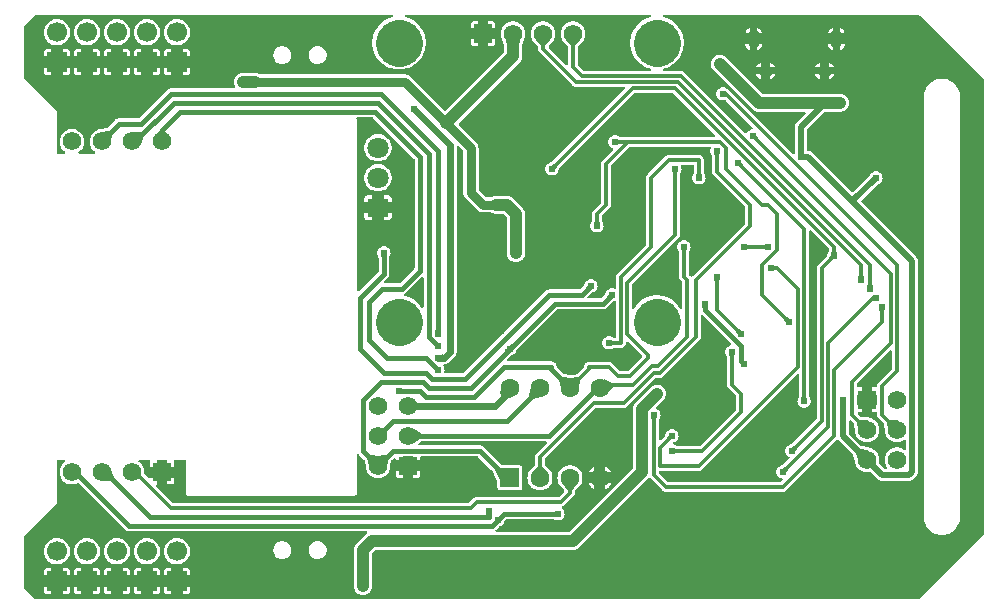
<source format=gbl>
G04 Layer: BottomLayer*
G04 EasyEDA v6.4.25, 2021-12-03T12:43:26+01:00*
G04 4734013eef9542f2942493e3f9f6a545,9c416354eb984020824aaf9c885bead6,10*
G04 Gerber Generator version 0.2*
G04 Scale: 100 percent, Rotated: No, Reflected: No *
G04 Dimensions in inches *
G04 leading zeros omitted , absolute positions ,3 integer and 6 decimal *
%FSLAX36Y36*%
%MOIN*%

%ADD11C,0.0157*%
%ADD12C,0.0150*%
%ADD13C,0.0120*%
%ADD14C,0.0200*%
%ADD15C,0.0300*%
%ADD16C,0.0400*%
%ADD18C,0.0236*%
%ADD21C,0.0240*%
%ADD51R,0.0620X0.0620*%
%ADD52C,0.0620*%
%ADD54C,0.0669*%
%ADD56C,0.0630*%
%ADD57C,0.0709*%
%ADD58R,0.0709X0.0620*%
%ADD59C,0.0374*%
%ADD60C,0.0394*%
%ADD61C,0.1575*%

%LPD*%
G36*
X804200Y50880D02*
G01*
X802660Y51200D01*
X801380Y52060D01*
X800500Y53360D01*
X800200Y54880D01*
X800200Y619760D01*
X799880Y622320D01*
X799060Y624500D01*
X798259Y625660D01*
X797620Y627260D01*
X797700Y628980D01*
X798500Y630500D01*
X799860Y631560D01*
X801560Y631920D01*
X850860Y631920D01*
X852380Y631620D01*
X853680Y630760D01*
X990759Y493680D01*
X991620Y492380D01*
X991919Y490860D01*
X991919Y129140D01*
X991620Y127620D01*
X990759Y126320D01*
X943680Y79240D01*
X942380Y78380D01*
X940860Y78080D01*
X892760Y78080D01*
X891240Y78380D01*
X889940Y79240D01*
X889060Y80540D01*
X888760Y82080D01*
X889060Y83600D01*
X889940Y84900D01*
X902980Y97980D01*
X905040Y100700D01*
X906480Y103620D01*
X907380Y106760D01*
X907700Y110180D01*
X907700Y162399D01*
X907760Y163100D01*
X908500Y167240D01*
X910840Y172420D01*
X911840Y176140D01*
X912180Y180000D01*
X911840Y183860D01*
X910840Y187580D01*
X909220Y191100D01*
X907000Y194259D01*
X904260Y197000D01*
X901100Y199220D01*
X897580Y200840D01*
X893860Y201840D01*
X890000Y202180D01*
X886140Y201840D01*
X882420Y200840D01*
X878900Y199220D01*
X875740Y197000D01*
X873000Y194259D01*
X870780Y191100D01*
X869160Y187580D01*
X868160Y183860D01*
X867820Y180000D01*
X868160Y176140D01*
X869160Y172420D01*
X871500Y167240D01*
X872240Y163180D01*
X872300Y162480D01*
X872300Y118980D01*
X872000Y117460D01*
X871120Y116160D01*
X807020Y52060D01*
X805740Y51200D01*
G37*

%LPC*%
G36*
X834800Y288800D02*
G01*
X849780Y288800D01*
X849780Y312000D01*
X824360Y312000D01*
X824360Y299220D01*
X824640Y296740D01*
X825400Y294580D01*
X826620Y292660D01*
X828220Y291040D01*
X830160Y289840D01*
X832300Y289080D01*
G37*
G36*
X890220Y288800D02*
G01*
X905200Y288800D01*
X907700Y289080D01*
X909840Y289840D01*
X911780Y291040D01*
X913379Y292660D01*
X914599Y294580D01*
X915360Y296740D01*
X915639Y299220D01*
X915639Y312000D01*
X890220Y312000D01*
G37*
G36*
X824360Y348000D02*
G01*
X849780Y348000D01*
X849780Y371200D01*
X834800Y371200D01*
X832300Y370920D01*
X830160Y370160D01*
X828220Y368960D01*
X826620Y367340D01*
X825400Y365420D01*
X824640Y363260D01*
X824360Y360780D01*
G37*
G36*
X890220Y348000D02*
G01*
X915639Y348000D01*
X915639Y360780D01*
X915360Y363260D01*
X914599Y365420D01*
X913379Y367340D01*
X911780Y368960D01*
X909840Y370160D01*
X907700Y370920D01*
X905200Y371200D01*
X890220Y371200D01*
G37*
G36*
X870000Y384380D02*
G01*
X875720Y384739D01*
X881340Y385800D01*
X886800Y387580D01*
X891979Y390020D01*
X896820Y393080D01*
X901240Y396740D01*
X905160Y400920D01*
X908520Y405560D01*
X911280Y410580D01*
X913400Y415900D01*
X914820Y421460D01*
X915540Y427140D01*
X915540Y432860D01*
X914820Y438540D01*
X913400Y444099D01*
X911280Y449420D01*
X908520Y454440D01*
X905160Y459080D01*
X901240Y463260D01*
X896820Y466920D01*
X891979Y469980D01*
X886800Y472420D01*
X881340Y474200D01*
X875720Y475260D01*
X870000Y475620D01*
X864280Y475260D01*
X858660Y474200D01*
X853199Y472420D01*
X848020Y469980D01*
X843180Y466920D01*
X838760Y463260D01*
X834840Y459080D01*
X831480Y454440D01*
X828720Y449420D01*
X826600Y444099D01*
X825180Y438540D01*
X824460Y432860D01*
X824460Y427140D01*
X825180Y421460D01*
X826600Y415900D01*
X828720Y410580D01*
X831480Y405560D01*
X834840Y400920D01*
X838760Y396740D01*
X843180Y393080D01*
X848020Y390020D01*
X853199Y387580D01*
X858660Y385800D01*
X864280Y384739D01*
G37*
G36*
X870000Y484380D02*
G01*
X875720Y484739D01*
X881340Y485800D01*
X886800Y487580D01*
X891979Y490020D01*
X896820Y493080D01*
X901240Y496740D01*
X905160Y500920D01*
X908520Y505560D01*
X911280Y510580D01*
X913400Y515900D01*
X914820Y521460D01*
X915540Y527140D01*
X915540Y532860D01*
X914820Y538540D01*
X913400Y544100D01*
X911280Y549420D01*
X908520Y554440D01*
X905160Y559080D01*
X901240Y563260D01*
X896820Y566920D01*
X891979Y569980D01*
X886800Y572420D01*
X881340Y574200D01*
X875720Y575260D01*
X870000Y575620D01*
X864280Y575260D01*
X858660Y574200D01*
X853199Y572420D01*
X848020Y569980D01*
X843180Y566920D01*
X838760Y563260D01*
X834840Y559080D01*
X831480Y554440D01*
X828720Y549420D01*
X826600Y544100D01*
X825180Y538540D01*
X824460Y532860D01*
X824460Y527140D01*
X825180Y521460D01*
X826600Y515900D01*
X828720Y510580D01*
X831480Y505560D01*
X834840Y500920D01*
X838760Y496740D01*
X843180Y493080D01*
X848020Y490020D01*
X853199Y487580D01*
X858660Y485800D01*
X864280Y484739D01*
G37*

%LPD*%
G36*
X1017440Y-3439D02*
G01*
X1015840Y-2900D01*
X1014620Y-1739D01*
X1010980Y3600D01*
X1005720Y9920D01*
X999920Y15720D01*
X993600Y20980D01*
X986820Y25620D01*
X979640Y29620D01*
X972120Y32940D01*
X964340Y35540D01*
X959419Y36700D01*
X957960Y37360D01*
X956900Y38540D01*
X956360Y40039D01*
X956460Y41620D01*
X957180Y43060D01*
X958379Y44080D01*
X960200Y45100D01*
X962920Y47360D01*
X1015100Y99540D01*
X1016400Y100399D01*
X1017920Y100700D01*
X1019460Y100399D01*
X1020759Y99540D01*
X1021620Y98240D01*
X1021919Y96700D01*
X1021919Y520D01*
X1021580Y-1120D01*
X1020580Y-2480D01*
X1019100Y-3300D01*
G37*

%LPD*%
G36*
X1094800Y-222300D02*
G01*
X1093360Y-222040D01*
X1092120Y-221280D01*
X1091240Y-220120D01*
X1090820Y-218720D01*
X1090940Y-217260D01*
X1091840Y-213860D01*
X1092180Y-210000D01*
X1091840Y-206140D01*
X1090840Y-202420D01*
X1089220Y-198900D01*
X1088720Y-198220D01*
X1088080Y-196720D01*
X1088100Y-195080D01*
X1088760Y-193580D01*
X1089980Y-192480D01*
X1091520Y-191960D01*
X1093840Y-191660D01*
X1095700Y-191260D01*
X1097520Y-190680D01*
X1099300Y-189940D01*
X1101000Y-189060D01*
X1102620Y-188020D01*
X1104140Y-186860D01*
X1105620Y-185500D01*
X1125500Y-165620D01*
X1126860Y-164140D01*
X1128020Y-162620D01*
X1129060Y-161000D01*
X1129940Y-159300D01*
X1130680Y-157520D01*
X1131260Y-155700D01*
X1131680Y-153820D01*
X1131920Y-151920D01*
X1132020Y-149920D01*
X1132020Y532700D01*
X1132320Y534220D01*
X1133180Y535520D01*
X1134480Y536380D01*
X1136020Y536700D01*
X1137540Y536380D01*
X1138840Y535520D01*
X1153620Y520740D01*
X1154500Y519440D01*
X1154800Y517900D01*
X1154800Y380120D01*
X1155000Y376800D01*
X1155880Y372740D01*
X1156140Y371900D01*
X1157400Y368860D01*
X1157800Y368080D01*
X1160060Y364580D01*
X1162260Y362100D01*
X1202100Y322260D01*
X1204580Y320060D01*
X1208080Y317800D01*
X1208860Y317400D01*
X1211900Y316140D01*
X1212740Y315880D01*
X1216800Y315000D01*
X1220120Y314800D01*
X1246260Y314800D01*
X1247300Y314660D01*
X1248260Y314260D01*
X1250800Y312800D01*
X1255000Y311160D01*
X1259400Y310140D01*
X1264060Y309800D01*
X1285840Y309800D01*
X1287360Y309500D01*
X1288660Y308620D01*
X1298620Y298660D01*
X1299500Y297360D01*
X1299800Y295840D01*
X1299800Y179640D01*
X1300140Y175000D01*
X1301160Y170600D01*
X1302800Y166400D01*
X1305060Y162500D01*
X1307880Y158960D01*
X1311180Y155900D01*
X1314900Y153360D01*
X1318980Y151400D01*
X1323280Y150060D01*
X1327740Y149400D01*
X1332260Y149400D01*
X1336720Y150060D01*
X1341020Y151400D01*
X1345100Y153360D01*
X1348820Y155900D01*
X1352120Y158960D01*
X1354940Y162500D01*
X1357200Y166400D01*
X1358839Y170600D01*
X1359860Y175000D01*
X1360200Y179640D01*
X1360180Y311060D01*
X1359840Y314580D01*
X1359680Y315540D01*
X1358839Y318980D01*
X1357180Y323160D01*
X1356740Y324040D01*
X1354900Y327080D01*
X1354340Y327879D01*
X1352080Y330600D01*
X1320600Y362080D01*
X1317880Y364340D01*
X1317080Y364900D01*
X1314040Y366740D01*
X1313160Y367180D01*
X1308980Y368840D01*
X1305540Y369680D01*
X1304580Y369840D01*
X1301060Y370180D01*
X1264060Y370200D01*
X1259400Y369860D01*
X1255000Y368840D01*
X1250800Y367200D01*
X1248260Y365740D01*
X1247300Y365340D01*
X1246260Y365200D01*
X1232100Y365200D01*
X1230560Y365500D01*
X1229260Y366380D01*
X1206380Y389260D01*
X1205500Y390560D01*
X1205200Y392100D01*
X1205200Y529880D01*
X1205000Y533200D01*
X1204120Y537260D01*
X1203860Y538100D01*
X1202600Y541140D01*
X1202200Y541920D01*
X1199940Y545420D01*
X1197740Y547900D01*
X1139720Y605920D01*
X1138860Y607220D01*
X1138560Y608740D01*
X1138860Y610280D01*
X1139720Y611580D01*
X1342080Y813960D01*
X1344340Y816680D01*
X1344900Y817480D01*
X1346740Y820520D01*
X1347180Y821400D01*
X1348839Y825580D01*
X1349680Y829020D01*
X1349840Y829980D01*
X1350180Y833500D01*
X1350200Y866740D01*
X1352800Y884419D01*
X1353440Y886060D01*
X1355680Y889400D01*
X1358060Y894240D01*
X1359780Y899340D01*
X1360840Y904620D01*
X1361200Y910000D01*
X1360840Y915380D01*
X1359780Y920660D01*
X1358060Y925759D01*
X1355680Y930600D01*
X1352680Y935080D01*
X1349120Y939120D01*
X1345080Y942680D01*
X1340600Y945680D01*
X1335760Y948060D01*
X1330660Y949780D01*
X1325380Y950840D01*
X1320000Y951200D01*
X1314620Y950840D01*
X1309340Y949780D01*
X1304240Y948060D01*
X1299400Y945680D01*
X1294920Y942680D01*
X1290880Y939120D01*
X1287320Y935080D01*
X1284319Y930600D01*
X1281940Y925759D01*
X1280220Y920660D01*
X1279160Y915380D01*
X1278800Y910000D01*
X1279160Y904620D01*
X1280220Y899340D01*
X1281940Y894240D01*
X1284319Y889400D01*
X1286560Y886060D01*
X1287200Y884419D01*
X1289800Y866740D01*
X1289800Y848720D01*
X1289500Y847200D01*
X1288620Y845900D01*
X1097020Y654280D01*
X1095720Y653420D01*
X1094180Y653120D01*
X1092660Y653420D01*
X1091360Y654280D01*
X977900Y767740D01*
X975420Y769940D01*
X971919Y772200D01*
X971140Y772600D01*
X968100Y773860D01*
X967260Y774120D01*
X963199Y775000D01*
X959880Y775200D01*
X476980Y775200D01*
X475940Y775340D01*
X474980Y775740D01*
X472939Y776919D01*
X468780Y778540D01*
X464420Y779539D01*
X459820Y779880D01*
X420140Y779880D01*
X415540Y779539D01*
X411200Y778540D01*
X407040Y776919D01*
X403180Y774680D01*
X399680Y771900D01*
X396640Y768620D01*
X394120Y764940D01*
X392200Y760920D01*
X390880Y756640D01*
X390200Y752240D01*
X390200Y747760D01*
X390880Y743360D01*
X392200Y739080D01*
X394120Y735060D01*
X394640Y734320D01*
X395280Y732720D01*
X395180Y731000D01*
X394380Y729479D01*
X393000Y728439D01*
X391320Y728080D01*
X179300Y728060D01*
X175859Y727580D01*
X172700Y726520D01*
X169800Y724900D01*
X167079Y722640D01*
X73680Y629240D01*
X72380Y628380D01*
X70860Y628080D01*
X5580Y628080D01*
X4180Y628020D01*
X2140Y627760D01*
X900Y627480D01*
X-1060Y626840D01*
X-2240Y626320D01*
X-4040Y625340D01*
X-5100Y624620D01*
X-6700Y623340D01*
X-7700Y622360D01*
X-31100Y597560D01*
X-32060Y596800D01*
X-33220Y596380D01*
X-54420Y592140D01*
X-55380Y592040D01*
X-60660Y590980D01*
X-65760Y589260D01*
X-70600Y586880D01*
X-75080Y583880D01*
X-79120Y580320D01*
X-82680Y576280D01*
X-85680Y571800D01*
X-88059Y566960D01*
X-89780Y561860D01*
X-90840Y556580D01*
X-91199Y551200D01*
X-90840Y545820D01*
X-89780Y540540D01*
X-88059Y535440D01*
X-85680Y530600D01*
X-82680Y526120D01*
X-79120Y522080D01*
X-75080Y518519D01*
X-73580Y517520D01*
X-72420Y516320D01*
X-71840Y514720D01*
X-71980Y513040D01*
X-72800Y511560D01*
X-74160Y510560D01*
X-75800Y510200D01*
X-124200Y510200D01*
X-125840Y510560D01*
X-127200Y511560D01*
X-128020Y513040D01*
X-128160Y514720D01*
X-127579Y516320D01*
X-126420Y517520D01*
X-124920Y518519D01*
X-120879Y522080D01*
X-117320Y526120D01*
X-114320Y530600D01*
X-111940Y535440D01*
X-110220Y540540D01*
X-109160Y545820D01*
X-108800Y551200D01*
X-109160Y556580D01*
X-110220Y561860D01*
X-111940Y566960D01*
X-114320Y571800D01*
X-117320Y576280D01*
X-120879Y580320D01*
X-124920Y583880D01*
X-129400Y586880D01*
X-134240Y589260D01*
X-139340Y590980D01*
X-144620Y592040D01*
X-150000Y592400D01*
X-155380Y592040D01*
X-160660Y590980D01*
X-165760Y589260D01*
X-170600Y586880D01*
X-175080Y583880D01*
X-179120Y580320D01*
X-182680Y576280D01*
X-185680Y571800D01*
X-188060Y566960D01*
X-189780Y561860D01*
X-190840Y556580D01*
X-191200Y551200D01*
X-190840Y545820D01*
X-189780Y540540D01*
X-188060Y535440D01*
X-185680Y530600D01*
X-182680Y526120D01*
X-179120Y522080D01*
X-175080Y518519D01*
X-173580Y517520D01*
X-172420Y516320D01*
X-171840Y514720D01*
X-171980Y513040D01*
X-172800Y511560D01*
X-174160Y510560D01*
X-175799Y510200D01*
X-195799Y510200D01*
X-197340Y510500D01*
X-198619Y511380D01*
X-199500Y512660D01*
X-199800Y514200D01*
X-199800Y649840D01*
X-199920Y651340D01*
X-200720Y654120D01*
X-201800Y656040D01*
X-202900Y657320D01*
X-308620Y763060D01*
X-309500Y764360D01*
X-309800Y765879D01*
X-309800Y934020D01*
X-309500Y935540D01*
X-308620Y936840D01*
X-272600Y972880D01*
X-271300Y973740D01*
X-269760Y974060D01*
X917380Y974060D01*
X918980Y973720D01*
X920320Y972740D01*
X921160Y971320D01*
X921360Y969680D01*
X920860Y968100D01*
X919780Y966860D01*
X918280Y966160D01*
X915660Y965540D01*
X907880Y962940D01*
X900360Y959620D01*
X893180Y955620D01*
X886400Y950980D01*
X880080Y945720D01*
X874280Y939920D01*
X869020Y933600D01*
X864380Y926820D01*
X860380Y919640D01*
X857060Y912120D01*
X854460Y904340D01*
X852580Y896340D01*
X851440Y888199D01*
X851060Y880000D01*
X851440Y871800D01*
X852580Y863660D01*
X854460Y855660D01*
X857060Y847880D01*
X860380Y840360D01*
X864380Y833180D01*
X869020Y826400D01*
X874280Y820080D01*
X880080Y814280D01*
X886400Y809020D01*
X893180Y804380D01*
X900360Y800380D01*
X907880Y797060D01*
X915660Y794460D01*
X923660Y792580D01*
X931800Y791440D01*
X940000Y791060D01*
X948199Y791440D01*
X956340Y792580D01*
X964340Y794460D01*
X972120Y797060D01*
X979640Y800380D01*
X986820Y804380D01*
X993600Y809020D01*
X999920Y814280D01*
X1005720Y820080D01*
X1010980Y826400D01*
X1015620Y833180D01*
X1019620Y840360D01*
X1022940Y847880D01*
X1025540Y855660D01*
X1027420Y863660D01*
X1028560Y871800D01*
X1028940Y880000D01*
X1028560Y888199D01*
X1027420Y896340D01*
X1025540Y904340D01*
X1022940Y912120D01*
X1019620Y919640D01*
X1015620Y926820D01*
X1010980Y933600D01*
X1005720Y939920D01*
X999920Y945720D01*
X993600Y950980D01*
X986820Y955620D01*
X979640Y959620D01*
X972120Y962940D01*
X964340Y965540D01*
X961720Y966160D01*
X960220Y966860D01*
X959140Y968100D01*
X958640Y969680D01*
X958840Y971320D01*
X959680Y972740D01*
X961020Y973720D01*
X962620Y974060D01*
X1777380Y974060D01*
X1778980Y973720D01*
X1780320Y972740D01*
X1781160Y971320D01*
X1781360Y969680D01*
X1780860Y968100D01*
X1779780Y966860D01*
X1778280Y966160D01*
X1775660Y965540D01*
X1767880Y962940D01*
X1760360Y959620D01*
X1753180Y955620D01*
X1746399Y950980D01*
X1740080Y945720D01*
X1734280Y939920D01*
X1729019Y933600D01*
X1724379Y926820D01*
X1720380Y919640D01*
X1717060Y912120D01*
X1714460Y904340D01*
X1712580Y896340D01*
X1711440Y888199D01*
X1711060Y880000D01*
X1711440Y871800D01*
X1712580Y863660D01*
X1714460Y855660D01*
X1717060Y847880D01*
X1720380Y840360D01*
X1724379Y833180D01*
X1729019Y826400D01*
X1734280Y820080D01*
X1740080Y814280D01*
X1746399Y809020D01*
X1753180Y804380D01*
X1760360Y800380D01*
X1767880Y797060D01*
X1775660Y794460D01*
X1777220Y794100D01*
X1778720Y793400D01*
X1779800Y792140D01*
X1780280Y790560D01*
X1780100Y788920D01*
X1779259Y787500D01*
X1777920Y786540D01*
X1776300Y786200D01*
X1558360Y786200D01*
X1556840Y786500D01*
X1555540Y787380D01*
X1537380Y805540D01*
X1536500Y806840D01*
X1536200Y808360D01*
X1536200Y862840D01*
X1536420Y864160D01*
X1537060Y865320D01*
X1552640Y884860D01*
X1555680Y889400D01*
X1558060Y894240D01*
X1559780Y899340D01*
X1560840Y904620D01*
X1561200Y910000D01*
X1560840Y915380D01*
X1559780Y920660D01*
X1558060Y925759D01*
X1555680Y930600D01*
X1552680Y935080D01*
X1549120Y939120D01*
X1545080Y942680D01*
X1540600Y945680D01*
X1535760Y948060D01*
X1530660Y949780D01*
X1525380Y950840D01*
X1520000Y951200D01*
X1514620Y950840D01*
X1509340Y949780D01*
X1504240Y948060D01*
X1499400Y945680D01*
X1494920Y942680D01*
X1490880Y939120D01*
X1487320Y935080D01*
X1484319Y930600D01*
X1481940Y925759D01*
X1480220Y920660D01*
X1479160Y915380D01*
X1478800Y910000D01*
X1479160Y904620D01*
X1480220Y899340D01*
X1481940Y894240D01*
X1484319Y889400D01*
X1487360Y884860D01*
X1502940Y865320D01*
X1503580Y864160D01*
X1503800Y862840D01*
X1503800Y808760D01*
X1503500Y807240D01*
X1502620Y805939D01*
X1501339Y805080D01*
X1499800Y804760D01*
X1498260Y805080D01*
X1496980Y805939D01*
X1439820Y863100D01*
X1439000Y864280D01*
X1438660Y865699D01*
X1438839Y867120D01*
X1439520Y868400D01*
X1452640Y884860D01*
X1455680Y889400D01*
X1458060Y894240D01*
X1459780Y899340D01*
X1460840Y904620D01*
X1461200Y910000D01*
X1460840Y915380D01*
X1459780Y920660D01*
X1458060Y925759D01*
X1455680Y930600D01*
X1452680Y935080D01*
X1449120Y939120D01*
X1445080Y942680D01*
X1440600Y945680D01*
X1435760Y948060D01*
X1430660Y949780D01*
X1425380Y950840D01*
X1420000Y951200D01*
X1414620Y950840D01*
X1409340Y949780D01*
X1404240Y948060D01*
X1399400Y945680D01*
X1394920Y942680D01*
X1390880Y939120D01*
X1387320Y935080D01*
X1384319Y930600D01*
X1381940Y925759D01*
X1380220Y920660D01*
X1379160Y915380D01*
X1378800Y910000D01*
X1379160Y904620D01*
X1380220Y899340D01*
X1381940Y894240D01*
X1384319Y889400D01*
X1387360Y884860D01*
X1402940Y865320D01*
X1403580Y864160D01*
X1403800Y862840D01*
X1403800Y860200D01*
X1404139Y856840D01*
X1405060Y853800D01*
X1406540Y851020D01*
X1408680Y848400D01*
X1518400Y738680D01*
X1521020Y736540D01*
X1523800Y735060D01*
X1526840Y734140D01*
X1530200Y733800D01*
X1691240Y733800D01*
X1692760Y733500D01*
X1694060Y732620D01*
X1694920Y731340D01*
X1695240Y729800D01*
X1694920Y728259D01*
X1694060Y726979D01*
X1451840Y484739D01*
X1450720Y483960D01*
X1446060Y481820D01*
X1442420Y480840D01*
X1438899Y479219D01*
X1435740Y477000D01*
X1433000Y474260D01*
X1430780Y471100D01*
X1429160Y467580D01*
X1428160Y463860D01*
X1427820Y460000D01*
X1428160Y456140D01*
X1429160Y452420D01*
X1430780Y448900D01*
X1433000Y445740D01*
X1435740Y443000D01*
X1438899Y440780D01*
X1442420Y439159D01*
X1446140Y438160D01*
X1450000Y437819D01*
X1453860Y438160D01*
X1457580Y439159D01*
X1461100Y440780D01*
X1464259Y443000D01*
X1467000Y445740D01*
X1469220Y448900D01*
X1470840Y452420D01*
X1471819Y456060D01*
X1473959Y460720D01*
X1474740Y461840D01*
X1725540Y712620D01*
X1726840Y713500D01*
X1728360Y713800D01*
X1851639Y713800D01*
X1853160Y713500D01*
X1854460Y712620D01*
X1994060Y573020D01*
X1994920Y571740D01*
X1995240Y570200D01*
X1994920Y568660D01*
X1994060Y567380D01*
X1992760Y566500D01*
X1991240Y566200D01*
X1678800Y566200D01*
X1677460Y566440D01*
X1673080Y568000D01*
X1671100Y569220D01*
X1667580Y570840D01*
X1663860Y571840D01*
X1660000Y572180D01*
X1656140Y571840D01*
X1652420Y570840D01*
X1648899Y569220D01*
X1645740Y567000D01*
X1643000Y564260D01*
X1640780Y561100D01*
X1639160Y557580D01*
X1638160Y553860D01*
X1637820Y550000D01*
X1638160Y546140D01*
X1639160Y542420D01*
X1640780Y538900D01*
X1643000Y535740D01*
X1645740Y533000D01*
X1648899Y530780D01*
X1652020Y529340D01*
X1653260Y528440D01*
X1654079Y527140D01*
X1654340Y525640D01*
X1654019Y524140D01*
X1653160Y522879D01*
X1618680Y488400D01*
X1616540Y485780D01*
X1615060Y483000D01*
X1614139Y479960D01*
X1613800Y476599D01*
X1613800Y348360D01*
X1613500Y346840D01*
X1612620Y345540D01*
X1588680Y321599D01*
X1586540Y318980D01*
X1585060Y316200D01*
X1584139Y313160D01*
X1583800Y309800D01*
X1583800Y288800D01*
X1583560Y287460D01*
X1582000Y283080D01*
X1580780Y281100D01*
X1579160Y277580D01*
X1578160Y273860D01*
X1577820Y270000D01*
X1578160Y266140D01*
X1579160Y262420D01*
X1580780Y258900D01*
X1583000Y255740D01*
X1585740Y253000D01*
X1588899Y250780D01*
X1592420Y249160D01*
X1596140Y248160D01*
X1600000Y247820D01*
X1603860Y248160D01*
X1607580Y249160D01*
X1611100Y250780D01*
X1614259Y253000D01*
X1617000Y255740D01*
X1619220Y258900D01*
X1620840Y262420D01*
X1621840Y266140D01*
X1622180Y270000D01*
X1621840Y273860D01*
X1620840Y277580D01*
X1619220Y281100D01*
X1618000Y283080D01*
X1616440Y287460D01*
X1616200Y288800D01*
X1616200Y301640D01*
X1616500Y303160D01*
X1617380Y304460D01*
X1641320Y328400D01*
X1643460Y331019D01*
X1644940Y333800D01*
X1645860Y336840D01*
X1646200Y340200D01*
X1646200Y468440D01*
X1646500Y469960D01*
X1647380Y471260D01*
X1708740Y532620D01*
X1710040Y533500D01*
X1711560Y533800D01*
X1975780Y533800D01*
X1977340Y533480D01*
X1978640Y532580D01*
X1979500Y531240D01*
X1979760Y529660D01*
X1978160Y523860D01*
X1977820Y520000D01*
X1978160Y516140D01*
X1979160Y512420D01*
X1980780Y508900D01*
X1982000Y506920D01*
X1983560Y502540D01*
X1983800Y501200D01*
X1983800Y450200D01*
X1984139Y446840D01*
X1985060Y443800D01*
X1986540Y441019D01*
X1988680Y438400D01*
X2092620Y334460D01*
X2093500Y333160D01*
X2093800Y331640D01*
X2093800Y278360D01*
X2093500Y276840D01*
X2092620Y275540D01*
X1918680Y101600D01*
X1918100Y100879D01*
X1916720Y99800D01*
X1915000Y99420D01*
X1913280Y99800D01*
X1911900Y100879D01*
X1911320Y101600D01*
X1907380Y105540D01*
X1906500Y106840D01*
X1906200Y108360D01*
X1906200Y183340D01*
X1906380Y184540D01*
X1906920Y185640D01*
X1909220Y188900D01*
X1910840Y192420D01*
X1911840Y196140D01*
X1912180Y200000D01*
X1911840Y203860D01*
X1910840Y207580D01*
X1909220Y211100D01*
X1907000Y214259D01*
X1904259Y217000D01*
X1901100Y219220D01*
X1897580Y220840D01*
X1893860Y221840D01*
X1890000Y222180D01*
X1886140Y221840D01*
X1882420Y220840D01*
X1878899Y219220D01*
X1875740Y217000D01*
X1873000Y214259D01*
X1870780Y211100D01*
X1869160Y207580D01*
X1868160Y203860D01*
X1867820Y200000D01*
X1868160Y196140D01*
X1869160Y192420D01*
X1870780Y188900D01*
X1873080Y185640D01*
X1873620Y184540D01*
X1873800Y183340D01*
X1873800Y100200D01*
X1874139Y96840D01*
X1875060Y93800D01*
X1876540Y91020D01*
X1878680Y88400D01*
X1882620Y84460D01*
X1883500Y83160D01*
X1883800Y81640D01*
X1883800Y-2480D01*
X1883420Y-4180D01*
X1882360Y-5560D01*
X1880800Y-6340D01*
X1879060Y-6400D01*
X1877460Y-5719D01*
X1876300Y-4420D01*
X1875620Y-3180D01*
X1870980Y3600D01*
X1865720Y9920D01*
X1859920Y15720D01*
X1853600Y20980D01*
X1846819Y25620D01*
X1839640Y29620D01*
X1832120Y32940D01*
X1824340Y35540D01*
X1816339Y37420D01*
X1808200Y38560D01*
X1800000Y38940D01*
X1791800Y38560D01*
X1783660Y37420D01*
X1775660Y35540D01*
X1767880Y32940D01*
X1760360Y29620D01*
X1753180Y25620D01*
X1746399Y20980D01*
X1740080Y15720D01*
X1734280Y9920D01*
X1729019Y3600D01*
X1724379Y-3180D01*
X1723700Y-4420D01*
X1722540Y-5719D01*
X1720940Y-6400D01*
X1719199Y-6340D01*
X1717640Y-5560D01*
X1716579Y-4180D01*
X1716200Y-2480D01*
X1716200Y71640D01*
X1716500Y73160D01*
X1717380Y74460D01*
X1871320Y228400D01*
X1873460Y231020D01*
X1874940Y233800D01*
X1875860Y236840D01*
X1876200Y240200D01*
X1876200Y443340D01*
X1876380Y444540D01*
X1876920Y445640D01*
X1879220Y448900D01*
X1880840Y452420D01*
X1881840Y456140D01*
X1882180Y460000D01*
X1881840Y463860D01*
X1880240Y469660D01*
X1880500Y471240D01*
X1881360Y472580D01*
X1882660Y473480D01*
X1884220Y473800D01*
X1919800Y473800D01*
X1921339Y473500D01*
X1922620Y472620D01*
X1923500Y471340D01*
X1923800Y469799D01*
X1923800Y448800D01*
X1923560Y447460D01*
X1922000Y443080D01*
X1920780Y441100D01*
X1919160Y437580D01*
X1918160Y433860D01*
X1917820Y430000D01*
X1918160Y426140D01*
X1919160Y422420D01*
X1920780Y418900D01*
X1923000Y415740D01*
X1925740Y413000D01*
X1928899Y410780D01*
X1932420Y409159D01*
X1936140Y408160D01*
X1940000Y407819D01*
X1943860Y408160D01*
X1947580Y409159D01*
X1951100Y410780D01*
X1954259Y413000D01*
X1957000Y415740D01*
X1959220Y418900D01*
X1960840Y422420D01*
X1961840Y426140D01*
X1962180Y430000D01*
X1961840Y433860D01*
X1960840Y437580D01*
X1959220Y441100D01*
X1958000Y443080D01*
X1956440Y447460D01*
X1956200Y448800D01*
X1956200Y489799D01*
X1955860Y493160D01*
X1954940Y496200D01*
X1953460Y498980D01*
X1951440Y501440D01*
X1948980Y503459D01*
X1946200Y504940D01*
X1943160Y505860D01*
X1939800Y506200D01*
X1840200Y506200D01*
X1836840Y505860D01*
X1833800Y504940D01*
X1831020Y503459D01*
X1828400Y501320D01*
X1768680Y441599D01*
X1766540Y438980D01*
X1765060Y436200D01*
X1764139Y433160D01*
X1763800Y429799D01*
X1763800Y208359D01*
X1763500Y206840D01*
X1762620Y205539D01*
X1668680Y111600D01*
X1666540Y108980D01*
X1665060Y106199D01*
X1664139Y103160D01*
X1663800Y99800D01*
X1663800Y64220D01*
X1663480Y62660D01*
X1662580Y61360D01*
X1661240Y60500D01*
X1659660Y60240D01*
X1653860Y61840D01*
X1650000Y62180D01*
X1646140Y61840D01*
X1642420Y60839D01*
X1638899Y59220D01*
X1635740Y57000D01*
X1633000Y54260D01*
X1630780Y51100D01*
X1629160Y47580D01*
X1628580Y45439D01*
X1628000Y44200D01*
X1625560Y40679D01*
X1625100Y40119D01*
X1613839Y28880D01*
X1612540Y28000D01*
X1611020Y27700D01*
X1572380Y27700D01*
X1570860Y28000D01*
X1569560Y28880D01*
X1568700Y30160D01*
X1568380Y31700D01*
X1568700Y33240D01*
X1569560Y34520D01*
X1580080Y45039D01*
X1580620Y45500D01*
X1584220Y48000D01*
X1585460Y48580D01*
X1587580Y49160D01*
X1591100Y50780D01*
X1594259Y53000D01*
X1597000Y55740D01*
X1599220Y58900D01*
X1600840Y62420D01*
X1601840Y66140D01*
X1602180Y70000D01*
X1601840Y73860D01*
X1600840Y77580D01*
X1599220Y81100D01*
X1597000Y84260D01*
X1594259Y87000D01*
X1591100Y89220D01*
X1587580Y90840D01*
X1583860Y91840D01*
X1580000Y92180D01*
X1576140Y91840D01*
X1572420Y90840D01*
X1568899Y89220D01*
X1565740Y87000D01*
X1563000Y84260D01*
X1560780Y81100D01*
X1559160Y77580D01*
X1558580Y75440D01*
X1558000Y74200D01*
X1555560Y70680D01*
X1555100Y70120D01*
X1543839Y58880D01*
X1542540Y58000D01*
X1541020Y57699D01*
X1439319Y57680D01*
X1435960Y57220D01*
X1432860Y56180D01*
X1430000Y54580D01*
X1427360Y52380D01*
X1153840Y-221119D01*
X1152540Y-222000D01*
X1151020Y-222300D01*
G37*

%LPC*%
G36*
X-33240Y771340D02*
G01*
X-19240Y771340D01*
X-19240Y795759D01*
X-43660Y795759D01*
X-43660Y781760D01*
X-43380Y779280D01*
X-42640Y777120D01*
X-41420Y775200D01*
X-39800Y773580D01*
X-37880Y772360D01*
X-35720Y771620D01*
G37*
G36*
X66760Y771340D02*
G01*
X80760Y771340D01*
X80760Y795759D01*
X56340Y795759D01*
X56340Y781760D01*
X56620Y779280D01*
X57360Y777120D01*
X58580Y775200D01*
X60199Y773580D01*
X62120Y772360D01*
X64280Y771620D01*
G37*
G36*
X-80760Y771340D02*
G01*
X-66760Y771340D01*
X-64280Y771620D01*
X-62120Y772360D01*
X-60199Y773580D01*
X-58580Y775200D01*
X-57360Y777120D01*
X-56620Y779280D01*
X-56340Y781760D01*
X-56340Y795759D01*
X-80760Y795759D01*
G37*
G36*
X19240Y771340D02*
G01*
X33240Y771340D01*
X35720Y771620D01*
X37880Y772360D01*
X39800Y773580D01*
X41420Y775200D01*
X42640Y777120D01*
X43380Y779280D01*
X43660Y781760D01*
X43660Y795759D01*
X19240Y795759D01*
G37*
G36*
X119240Y771340D02*
G01*
X133240Y771340D01*
X135720Y771620D01*
X137880Y772360D01*
X139800Y773580D01*
X141420Y775200D01*
X142640Y777120D01*
X143380Y779280D01*
X143660Y781760D01*
X143660Y795759D01*
X119240Y795759D01*
G37*
G36*
X-133240Y771340D02*
G01*
X-119240Y771340D01*
X-119240Y795759D01*
X-143660Y795759D01*
X-143660Y781760D01*
X-143380Y779280D01*
X-142640Y777120D01*
X-141420Y775200D01*
X-139800Y773580D01*
X-137880Y772360D01*
X-135720Y771620D01*
G37*
G36*
X166759Y771340D02*
G01*
X180760Y771340D01*
X180760Y795759D01*
X156340Y795759D01*
X156340Y781760D01*
X156620Y779280D01*
X157360Y777120D01*
X158580Y775200D01*
X160200Y773580D01*
X162120Y772360D01*
X164280Y771620D01*
G37*
G36*
X-180760Y771340D02*
G01*
X-166759Y771340D01*
X-164280Y771620D01*
X-162120Y772360D01*
X-160200Y773580D01*
X-158580Y775200D01*
X-157360Y777120D01*
X-156620Y779280D01*
X-156340Y781760D01*
X-156340Y795759D01*
X-180760Y795759D01*
G37*
G36*
X-233240Y771340D02*
G01*
X-219240Y771340D01*
X-219240Y795759D01*
X-243660Y795759D01*
X-243660Y781760D01*
X-243380Y779280D01*
X-242640Y777120D01*
X-241420Y775200D01*
X-239800Y773580D01*
X-237880Y772360D01*
X-235720Y771620D01*
G37*
G36*
X219240Y771340D02*
G01*
X233240Y771340D01*
X235720Y771620D01*
X237880Y772360D01*
X239800Y773580D01*
X241420Y775200D01*
X242640Y777120D01*
X243380Y779280D01*
X243660Y781760D01*
X243660Y795759D01*
X219240Y795759D01*
G37*
G36*
X552100Y809340D02*
G01*
X556640Y809860D01*
X561040Y811080D01*
X565220Y812940D01*
X569060Y815440D01*
X572480Y818480D01*
X575380Y822000D01*
X577720Y825939D01*
X579440Y830180D01*
X580480Y834620D01*
X580820Y839180D01*
X580480Y843760D01*
X579440Y848199D01*
X577720Y852440D01*
X575380Y856380D01*
X572480Y859900D01*
X569060Y862940D01*
X565220Y865440D01*
X561040Y867300D01*
X556640Y868520D01*
X552100Y869040D01*
X547520Y868860D01*
X543040Y868000D01*
X538720Y866440D01*
X534720Y864260D01*
X531080Y861500D01*
X527900Y858199D01*
X525280Y854460D01*
X523240Y850360D01*
X521860Y846000D01*
X521160Y841480D01*
X521160Y836900D01*
X521860Y832380D01*
X523240Y828020D01*
X525280Y823920D01*
X527900Y820180D01*
X531080Y816880D01*
X534720Y814120D01*
X538720Y811940D01*
X543040Y810380D01*
X547520Y809520D01*
G37*
G36*
X670200Y809340D02*
G01*
X674740Y809860D01*
X679160Y811080D01*
X683340Y812940D01*
X687159Y815440D01*
X690580Y818480D01*
X693500Y822000D01*
X695840Y825939D01*
X697540Y830180D01*
X698580Y834620D01*
X698940Y839180D01*
X698580Y843760D01*
X697540Y848199D01*
X695840Y852440D01*
X693500Y856380D01*
X690580Y859900D01*
X687159Y862940D01*
X683340Y865440D01*
X679160Y867300D01*
X674740Y868520D01*
X670200Y869040D01*
X665639Y868860D01*
X661140Y868000D01*
X656840Y866440D01*
X652820Y864260D01*
X649180Y861500D01*
X646020Y858199D01*
X643379Y854460D01*
X641360Y850360D01*
X639980Y846000D01*
X639280Y841480D01*
X639280Y836900D01*
X639980Y832380D01*
X641360Y828020D01*
X643379Y823920D01*
X646020Y820180D01*
X649180Y816880D01*
X652820Y814120D01*
X656840Y811940D01*
X661140Y810380D01*
X665639Y809520D01*
G37*
G36*
X-80760Y834240D02*
G01*
X-56340Y834240D01*
X-56340Y848240D01*
X-56620Y850720D01*
X-57360Y852880D01*
X-58580Y854800D01*
X-60199Y856420D01*
X-62120Y857640D01*
X-64280Y858379D01*
X-66760Y858660D01*
X-80760Y858660D01*
G37*
G36*
X119240Y834240D02*
G01*
X143660Y834240D01*
X143660Y848240D01*
X143380Y850720D01*
X142640Y852880D01*
X141420Y854800D01*
X139800Y856420D01*
X137880Y857640D01*
X135720Y858379D01*
X133240Y858660D01*
X119240Y858660D01*
G37*
G36*
X-143660Y834240D02*
G01*
X-119240Y834240D01*
X-119240Y858660D01*
X-133240Y858660D01*
X-135720Y858379D01*
X-137880Y857640D01*
X-139800Y856420D01*
X-141420Y854800D01*
X-142640Y852880D01*
X-143380Y850720D01*
X-143660Y848240D01*
G37*
G36*
X156340Y834240D02*
G01*
X180760Y834240D01*
X180760Y858660D01*
X166759Y858660D01*
X164280Y858379D01*
X162120Y857640D01*
X160200Y856420D01*
X158580Y854800D01*
X157360Y852880D01*
X156620Y850720D01*
X156340Y848240D01*
G37*
G36*
X56340Y834240D02*
G01*
X80760Y834240D01*
X80760Y858660D01*
X66760Y858660D01*
X64280Y858379D01*
X62120Y857640D01*
X60199Y856420D01*
X58580Y854800D01*
X57360Y852880D01*
X56620Y850720D01*
X56340Y848240D01*
G37*
G36*
X-43660Y834240D02*
G01*
X-19240Y834240D01*
X-19240Y858660D01*
X-33240Y858660D01*
X-35720Y858379D01*
X-37880Y857640D01*
X-39800Y856420D01*
X-41420Y854800D01*
X-42640Y852880D01*
X-43380Y850720D01*
X-43660Y848240D01*
G37*
G36*
X-180760Y834240D02*
G01*
X-156340Y834240D01*
X-156340Y848240D01*
X-156620Y850720D01*
X-157360Y852880D01*
X-158580Y854800D01*
X-160200Y856420D01*
X-162120Y857640D01*
X-164280Y858379D01*
X-166759Y858660D01*
X-180760Y858660D01*
G37*
G36*
X219240Y834240D02*
G01*
X243660Y834240D01*
X243660Y848240D01*
X243380Y850720D01*
X242640Y852880D01*
X241420Y854800D01*
X239800Y856420D01*
X237880Y857640D01*
X235720Y858379D01*
X233240Y858660D01*
X219240Y858660D01*
G37*
G36*
X19240Y834240D02*
G01*
X43660Y834240D01*
X43660Y848240D01*
X43380Y850720D01*
X42640Y852880D01*
X41420Y854800D01*
X39800Y856420D01*
X37880Y857640D01*
X35720Y858379D01*
X33240Y858660D01*
X19240Y858660D01*
G37*
G36*
X-243660Y834240D02*
G01*
X-219240Y834240D01*
X-219240Y858660D01*
X-233240Y858660D01*
X-235720Y858379D01*
X-237880Y857640D01*
X-239800Y856420D01*
X-241420Y854800D01*
X-242640Y852880D01*
X-243380Y850720D01*
X-243660Y848240D01*
G37*
G36*
X1189220Y868800D02*
G01*
X1202000Y868800D01*
X1202000Y892000D01*
X1178800Y892000D01*
X1178800Y879220D01*
X1179080Y876740D01*
X1179840Y874580D01*
X1181040Y872660D01*
X1182660Y871040D01*
X1184580Y869840D01*
X1186740Y869080D01*
G37*
G36*
X1238000Y868800D02*
G01*
X1250780Y868800D01*
X1253260Y869080D01*
X1255420Y869840D01*
X1257340Y871040D01*
X1258960Y872660D01*
X1260160Y874580D01*
X1260920Y876740D01*
X1261200Y879220D01*
X1261200Y892000D01*
X1238000Y892000D01*
G37*
G36*
X101400Y871360D02*
G01*
X106960Y871900D01*
X112420Y873139D01*
X117680Y875080D01*
X122640Y877660D01*
X127220Y880860D01*
X131360Y884620D01*
X134980Y888880D01*
X138040Y893580D01*
X140460Y898620D01*
X142220Y903920D01*
X143300Y909419D01*
X143660Y915000D01*
X143300Y920580D01*
X142220Y926080D01*
X140460Y931380D01*
X138040Y936420D01*
X134980Y941120D01*
X131360Y945380D01*
X127220Y949140D01*
X122640Y952340D01*
X117680Y954920D01*
X112420Y956860D01*
X106960Y958100D01*
X101400Y958640D01*
X95800Y958460D01*
X90280Y957560D01*
X84920Y955960D01*
X79800Y953700D01*
X75020Y950800D01*
X70640Y947320D01*
X66760Y943300D01*
X63420Y938820D01*
X60660Y933940D01*
X58560Y928760D01*
X57140Y923340D01*
X56440Y917800D01*
X56440Y912200D01*
X57140Y906660D01*
X58560Y901240D01*
X60660Y896060D01*
X63420Y891180D01*
X66760Y886700D01*
X70640Y882680D01*
X75020Y879200D01*
X79800Y876300D01*
X84920Y874020D01*
X90280Y872440D01*
X95800Y871540D01*
G37*
G36*
X-98600Y871360D02*
G01*
X-93040Y871900D01*
X-87579Y873139D01*
X-82320Y875080D01*
X-77360Y877660D01*
X-72780Y880860D01*
X-68640Y884620D01*
X-65020Y888880D01*
X-61960Y893580D01*
X-59540Y898620D01*
X-57779Y903920D01*
X-56700Y909419D01*
X-56340Y915000D01*
X-56700Y920580D01*
X-57779Y926080D01*
X-59540Y931380D01*
X-61960Y936420D01*
X-65020Y941120D01*
X-68640Y945380D01*
X-72780Y949140D01*
X-77360Y952340D01*
X-82320Y954920D01*
X-87579Y956860D01*
X-93040Y958100D01*
X-98600Y958640D01*
X-104200Y958460D01*
X-109720Y957560D01*
X-115079Y955960D01*
X-120200Y953700D01*
X-124980Y950800D01*
X-129360Y947320D01*
X-133240Y943300D01*
X-136580Y938820D01*
X-139340Y933940D01*
X-141440Y928760D01*
X-142860Y923340D01*
X-143560Y917800D01*
X-143560Y912200D01*
X-142860Y906660D01*
X-141440Y901240D01*
X-139340Y896060D01*
X-136580Y891180D01*
X-133240Y886700D01*
X-129360Y882680D01*
X-124980Y879200D01*
X-120200Y876300D01*
X-115079Y874020D01*
X-109720Y872440D01*
X-104200Y871540D01*
G37*
G36*
X201400Y871360D02*
G01*
X206960Y871900D01*
X212420Y873139D01*
X217680Y875080D01*
X222640Y877660D01*
X227220Y880860D01*
X231360Y884620D01*
X234980Y888880D01*
X238039Y893580D01*
X240460Y898620D01*
X242220Y903920D01*
X243299Y909419D01*
X243660Y915000D01*
X243299Y920580D01*
X242220Y926080D01*
X240460Y931380D01*
X238039Y936420D01*
X234980Y941120D01*
X231360Y945380D01*
X227220Y949140D01*
X222640Y952340D01*
X217680Y954920D01*
X212420Y956860D01*
X206960Y958100D01*
X201400Y958640D01*
X195799Y958460D01*
X190280Y957560D01*
X184920Y955960D01*
X179800Y953700D01*
X175020Y950800D01*
X170640Y947320D01*
X166759Y943300D01*
X163420Y938820D01*
X160660Y933940D01*
X158560Y928760D01*
X157140Y923340D01*
X156440Y917800D01*
X156440Y912200D01*
X157140Y906660D01*
X158560Y901240D01*
X160660Y896060D01*
X163420Y891180D01*
X166759Y886700D01*
X170640Y882680D01*
X175020Y879200D01*
X179800Y876300D01*
X184920Y874020D01*
X190280Y872440D01*
X195799Y871540D01*
G37*
G36*
X-198600Y871360D02*
G01*
X-193039Y871900D01*
X-187580Y873139D01*
X-182320Y875080D01*
X-177360Y877660D01*
X-172780Y880860D01*
X-168640Y884620D01*
X-165020Y888880D01*
X-161960Y893580D01*
X-159540Y898620D01*
X-157780Y903920D01*
X-156700Y909419D01*
X-156340Y915000D01*
X-156700Y920580D01*
X-157780Y926080D01*
X-159540Y931380D01*
X-161960Y936420D01*
X-165020Y941120D01*
X-168640Y945380D01*
X-172780Y949140D01*
X-177360Y952340D01*
X-182320Y954920D01*
X-187580Y956860D01*
X-193039Y958100D01*
X-198600Y958640D01*
X-204200Y958460D01*
X-209720Y957560D01*
X-215080Y955960D01*
X-220200Y953700D01*
X-224980Y950800D01*
X-229360Y947320D01*
X-233240Y943300D01*
X-236580Y938820D01*
X-239340Y933940D01*
X-241439Y928760D01*
X-242860Y923340D01*
X-243560Y917800D01*
X-243560Y912200D01*
X-242860Y906660D01*
X-241439Y901240D01*
X-239340Y896060D01*
X-236580Y891180D01*
X-233240Y886700D01*
X-229360Y882680D01*
X-224980Y879200D01*
X-220200Y876300D01*
X-215080Y874020D01*
X-209720Y872440D01*
X-204200Y871540D01*
G37*
G36*
X1400Y871360D02*
G01*
X6959Y871900D01*
X12420Y873139D01*
X17680Y875080D01*
X22639Y877660D01*
X27220Y880860D01*
X31360Y884620D01*
X34980Y888880D01*
X38040Y893580D01*
X40460Y898620D01*
X42220Y903920D01*
X43300Y909419D01*
X43660Y915000D01*
X43300Y920580D01*
X42220Y926080D01*
X40460Y931380D01*
X38040Y936420D01*
X34980Y941120D01*
X31360Y945380D01*
X27220Y949140D01*
X22639Y952340D01*
X17680Y954920D01*
X12420Y956860D01*
X6959Y958100D01*
X1400Y958640D01*
X-4200Y958460D01*
X-9720Y957560D01*
X-15080Y955960D01*
X-20200Y953700D01*
X-24980Y950800D01*
X-29360Y947320D01*
X-33240Y943300D01*
X-36580Y938820D01*
X-39340Y933940D01*
X-41440Y928760D01*
X-42859Y923340D01*
X-43560Y917800D01*
X-43560Y912200D01*
X-42859Y906660D01*
X-41440Y901240D01*
X-39340Y896060D01*
X-36580Y891180D01*
X-33240Y886700D01*
X-29360Y882680D01*
X-24980Y879200D01*
X-20200Y876300D01*
X-15080Y874020D01*
X-9720Y872440D01*
X-4200Y871540D01*
G37*
G36*
X1178800Y928000D02*
G01*
X1202000Y928000D01*
X1202000Y951200D01*
X1189220Y951200D01*
X1186740Y950920D01*
X1184580Y950160D01*
X1182660Y948960D01*
X1181040Y947340D01*
X1179840Y945420D01*
X1179080Y943259D01*
X1178800Y940780D01*
G37*
G36*
X1238000Y928000D02*
G01*
X1261200Y928000D01*
X1261200Y940780D01*
X1260920Y943259D01*
X1260160Y945420D01*
X1258960Y947340D01*
X1257340Y948960D01*
X1255420Y950160D01*
X1253260Y950920D01*
X1250780Y951200D01*
X1238000Y951200D01*
G37*

%LPD*%
G36*
X1511220Y-227940D02*
G01*
X1510120Y-227920D01*
X1491399Y-224800D01*
X1490240Y-224400D01*
X1489240Y-223680D01*
X1466660Y-201100D01*
X1465880Y-200020D01*
X1465500Y-198740D01*
X1465260Y-196640D01*
X1464880Y-195060D01*
X1464340Y-193480D01*
X1463680Y-191940D01*
X1462860Y-190479D01*
X1461920Y-189120D01*
X1460860Y-187820D01*
X1459680Y-186640D01*
X1458380Y-185580D01*
X1457020Y-184640D01*
X1455560Y-183820D01*
X1454019Y-183160D01*
X1452440Y-182620D01*
X1450820Y-182240D01*
X1449160Y-182000D01*
X1447400Y-181920D01*
X1302760Y-181920D01*
X1301240Y-181620D01*
X1299940Y-180760D01*
X1299060Y-179460D01*
X1298760Y-177920D01*
X1299060Y-176400D01*
X1299940Y-175100D01*
X1310300Y-164740D01*
X1310840Y-164280D01*
X1314440Y-161780D01*
X1315680Y-161200D01*
X1317800Y-160620D01*
X1321320Y-159000D01*
X1324480Y-156780D01*
X1327220Y-154040D01*
X1329440Y-150880D01*
X1331060Y-147360D01*
X1331639Y-145220D01*
X1332220Y-143980D01*
X1334660Y-140460D01*
X1335120Y-139900D01*
X1466160Y-8880D01*
X1467460Y-8000D01*
X1468980Y-7700D01*
X1620680Y-7680D01*
X1624040Y-7220D01*
X1627140Y-6180D01*
X1630000Y-4580D01*
X1632640Y-2380D01*
X1650080Y15040D01*
X1650620Y15500D01*
X1654220Y18000D01*
X1655460Y18580D01*
X1659660Y19760D01*
X1661240Y19500D01*
X1662580Y18640D01*
X1663480Y17340D01*
X1663800Y15780D01*
X1663800Y-99800D01*
X1663500Y-101340D01*
X1662620Y-102620D01*
X1661339Y-103500D01*
X1659800Y-103800D01*
X1658800Y-103800D01*
X1657460Y-103560D01*
X1653080Y-102000D01*
X1651100Y-100780D01*
X1647580Y-99160D01*
X1643860Y-98160D01*
X1640000Y-97820D01*
X1636140Y-98160D01*
X1632420Y-99160D01*
X1628899Y-100780D01*
X1625740Y-103000D01*
X1623000Y-105740D01*
X1620780Y-108900D01*
X1619160Y-112420D01*
X1618160Y-116140D01*
X1617820Y-120000D01*
X1618160Y-123859D01*
X1619160Y-127579D01*
X1620780Y-131100D01*
X1623000Y-134260D01*
X1625740Y-137000D01*
X1628899Y-139220D01*
X1632420Y-140840D01*
X1636140Y-141840D01*
X1640000Y-142180D01*
X1643860Y-141840D01*
X1647580Y-140840D01*
X1651100Y-139220D01*
X1653080Y-138000D01*
X1657460Y-136440D01*
X1658800Y-136200D01*
X1679800Y-136200D01*
X1683160Y-135860D01*
X1686200Y-134940D01*
X1688980Y-133460D01*
X1691440Y-131440D01*
X1693460Y-128980D01*
X1694940Y-126199D01*
X1695860Y-123160D01*
X1696200Y-119800D01*
X1696200Y-118859D01*
X1696500Y-117340D01*
X1697380Y-116039D01*
X1698660Y-115180D01*
X1700200Y-114860D01*
X1701740Y-115180D01*
X1703020Y-116039D01*
X1749220Y-162220D01*
X1750080Y-163520D01*
X1750380Y-165060D01*
X1750080Y-166580D01*
X1749220Y-167880D01*
X1704460Y-212620D01*
X1703160Y-213500D01*
X1701639Y-213800D01*
X1678360Y-213800D01*
X1676840Y-213500D01*
X1675540Y-212620D01*
X1651600Y-188680D01*
X1648980Y-186540D01*
X1646200Y-185060D01*
X1643160Y-184140D01*
X1639800Y-183800D01*
X1572700Y-183800D01*
X1569340Y-184140D01*
X1566300Y-185060D01*
X1563520Y-186540D01*
X1561060Y-188560D01*
X1559040Y-191020D01*
X1557560Y-193800D01*
X1556639Y-196840D01*
X1556380Y-199440D01*
X1556020Y-200740D01*
X1555220Y-201860D01*
X1532380Y-224700D01*
X1531300Y-225479D01*
X1530000Y-225840D01*
G37*

%LPD*%
G36*
X2560020Y-539800D02*
G01*
X2558500Y-539500D01*
X2557200Y-538620D01*
X2541200Y-522640D01*
X2540440Y-521580D01*
X2540060Y-520340D01*
X2540120Y-519040D01*
X2540840Y-515379D01*
X2541200Y-510000D01*
X2540840Y-504620D01*
X2539780Y-499340D01*
X2538060Y-494240D01*
X2535680Y-489400D01*
X2532680Y-484920D01*
X2529120Y-480880D01*
X2525080Y-477320D01*
X2520600Y-474320D01*
X2515760Y-471940D01*
X2510660Y-470220D01*
X2505380Y-469159D01*
X2503700Y-469000D01*
X2483500Y-464099D01*
X2482480Y-463720D01*
X2481620Y-463060D01*
X2441380Y-422800D01*
X2440500Y-421500D01*
X2440200Y-419980D01*
X2440200Y-382760D01*
X2440500Y-381240D01*
X2441380Y-379940D01*
X2442660Y-379080D01*
X2444200Y-378760D01*
X2445740Y-379080D01*
X2447020Y-379940D01*
X2455200Y-388100D01*
X2455980Y-389200D01*
X2456340Y-390480D01*
X2459140Y-415300D01*
X2460220Y-420660D01*
X2461940Y-425760D01*
X2464320Y-430600D01*
X2467320Y-435080D01*
X2470880Y-439120D01*
X2474920Y-442680D01*
X2479400Y-445680D01*
X2484240Y-448060D01*
X2489340Y-449780D01*
X2494620Y-450840D01*
X2500000Y-451200D01*
X2505380Y-450840D01*
X2510660Y-449780D01*
X2515760Y-448060D01*
X2520600Y-445680D01*
X2525080Y-442680D01*
X2529120Y-439120D01*
X2532680Y-435080D01*
X2535680Y-430600D01*
X2538060Y-425760D01*
X2539780Y-420660D01*
X2540840Y-415379D01*
X2541200Y-410000D01*
X2540840Y-404620D01*
X2539780Y-399340D01*
X2538060Y-394240D01*
X2535680Y-389400D01*
X2532680Y-384920D01*
X2529120Y-380880D01*
X2525080Y-377320D01*
X2520600Y-374320D01*
X2515760Y-371940D01*
X2510660Y-370220D01*
X2505300Y-369140D01*
X2480480Y-366340D01*
X2479200Y-365980D01*
X2478100Y-365200D01*
X2470940Y-358020D01*
X2470080Y-356740D01*
X2469760Y-355200D01*
X2470080Y-353660D01*
X2470940Y-352380D01*
X2472240Y-351500D01*
X2473760Y-351200D01*
X2482000Y-351200D01*
X2482000Y-328000D01*
X2470200Y-328000D01*
X2468660Y-327700D01*
X2467380Y-326820D01*
X2466500Y-325540D01*
X2466200Y-324000D01*
X2466200Y-296000D01*
X2466500Y-294460D01*
X2467380Y-293180D01*
X2468660Y-292300D01*
X2470200Y-292000D01*
X2482000Y-292000D01*
X2482000Y-268800D01*
X2470200Y-268800D01*
X2468660Y-268500D01*
X2467380Y-267620D01*
X2466500Y-266340D01*
X2466200Y-264800D01*
X2466200Y-258359D01*
X2466500Y-256840D01*
X2467380Y-255539D01*
X2576980Y-145940D01*
X2578260Y-145080D01*
X2579800Y-144760D01*
X2581340Y-145080D01*
X2582620Y-145940D01*
X2583500Y-147240D01*
X2583800Y-148760D01*
X2583800Y-204740D01*
X2583500Y-206260D01*
X2582620Y-207560D01*
X2538680Y-251500D01*
X2536540Y-254120D01*
X2535060Y-256900D01*
X2534140Y-259940D01*
X2533800Y-263300D01*
X2533800Y-264800D01*
X2533500Y-266340D01*
X2532620Y-267620D01*
X2531340Y-268500D01*
X2529800Y-268800D01*
X2518000Y-268800D01*
X2518000Y-292000D01*
X2529800Y-292000D01*
X2531340Y-292300D01*
X2532620Y-293180D01*
X2533500Y-294460D01*
X2533800Y-296000D01*
X2533800Y-324000D01*
X2533500Y-325540D01*
X2532620Y-326820D01*
X2531340Y-327700D01*
X2529800Y-328000D01*
X2518000Y-328000D01*
X2518000Y-351200D01*
X2529800Y-351200D01*
X2531340Y-351500D01*
X2532620Y-352380D01*
X2533500Y-353660D01*
X2533800Y-355200D01*
X2533800Y-359799D01*
X2534140Y-363160D01*
X2535060Y-366200D01*
X2536540Y-368980D01*
X2538680Y-371599D01*
X2555200Y-388100D01*
X2555980Y-389200D01*
X2556340Y-390480D01*
X2559140Y-415300D01*
X2560220Y-420660D01*
X2561940Y-425760D01*
X2564320Y-430600D01*
X2567320Y-435080D01*
X2570880Y-439120D01*
X2574920Y-442680D01*
X2579400Y-445680D01*
X2584240Y-448060D01*
X2589340Y-449780D01*
X2594620Y-450840D01*
X2600000Y-451200D01*
X2605380Y-450840D01*
X2610659Y-449780D01*
X2615760Y-448060D01*
X2620600Y-445680D01*
X2623580Y-443680D01*
X2625179Y-443060D01*
X2626880Y-443160D01*
X2628399Y-443960D01*
X2629440Y-445340D01*
X2629800Y-447000D01*
X2629800Y-473000D01*
X2629440Y-474660D01*
X2628399Y-476040D01*
X2626880Y-476840D01*
X2625179Y-476940D01*
X2623580Y-476320D01*
X2620600Y-474320D01*
X2615760Y-471940D01*
X2610659Y-470220D01*
X2605380Y-469159D01*
X2600000Y-468800D01*
X2594620Y-469159D01*
X2589340Y-470220D01*
X2584240Y-471940D01*
X2579400Y-474320D01*
X2574920Y-477320D01*
X2570880Y-480880D01*
X2567320Y-484920D01*
X2564320Y-489400D01*
X2561940Y-494240D01*
X2560220Y-499340D01*
X2559160Y-504620D01*
X2558800Y-510000D01*
X2559160Y-515379D01*
X2560220Y-520660D01*
X2561940Y-525760D01*
X2564320Y-530600D01*
X2566320Y-533580D01*
X2566940Y-535180D01*
X2566840Y-536880D01*
X2566040Y-538400D01*
X2564660Y-539440D01*
X2563000Y-539800D01*
G37*

%LPD*%
G36*
X1838360Y-583800D02*
G01*
X1836840Y-583500D01*
X1835540Y-582620D01*
X1807380Y-554460D01*
X1806500Y-553160D01*
X1806200Y-551640D01*
X1806200Y-550200D01*
X1806500Y-548660D01*
X1807380Y-547380D01*
X1808660Y-546500D01*
X1810200Y-546200D01*
X1939800Y-546200D01*
X1943160Y-545860D01*
X1946200Y-544940D01*
X1948980Y-543460D01*
X1951600Y-541320D01*
X2267660Y-225260D01*
X2268960Y-224380D01*
X2270480Y-224080D01*
X2272020Y-224380D01*
X2273320Y-225260D01*
X2274180Y-226540D01*
X2274480Y-228080D01*
X2274480Y-295900D01*
X2274260Y-297240D01*
X2272700Y-301620D01*
X2271480Y-303600D01*
X2269840Y-307100D01*
X2268840Y-310840D01*
X2268500Y-314700D01*
X2268840Y-318540D01*
X2269840Y-322280D01*
X2271480Y-325780D01*
X2273700Y-328960D01*
X2276420Y-331680D01*
X2279600Y-333900D01*
X2283100Y-335540D01*
X2286840Y-336540D01*
X2290700Y-336880D01*
X2294540Y-336540D01*
X2298280Y-335540D01*
X2301780Y-333900D01*
X2304960Y-331680D01*
X2307680Y-328960D01*
X2309900Y-325780D01*
X2311540Y-322280D01*
X2312540Y-318540D01*
X2312880Y-314700D01*
X2312540Y-310840D01*
X2311540Y-307100D01*
X2309900Y-303600D01*
X2308680Y-301600D01*
X2307120Y-297240D01*
X2306880Y-295900D01*
X2306880Y250539D01*
X2307200Y252079D01*
X2308060Y253380D01*
X2309360Y254240D01*
X2310880Y254540D01*
X2312420Y254240D01*
X2313720Y253380D01*
X2372620Y194460D01*
X2373500Y193160D01*
X2373800Y191640D01*
X2373800Y188800D01*
X2373560Y187460D01*
X2372000Y183080D01*
X2370780Y181100D01*
X2369160Y177580D01*
X2368180Y173939D01*
X2366040Y169280D01*
X2365260Y168160D01*
X2338680Y141600D01*
X2336540Y138980D01*
X2335060Y136200D01*
X2334140Y133160D01*
X2333800Y129800D01*
X2333800Y-371640D01*
X2333500Y-373160D01*
X2332620Y-374460D01*
X2251840Y-455260D01*
X2250720Y-456040D01*
X2246060Y-458180D01*
X2242420Y-459159D01*
X2238900Y-460780D01*
X2235740Y-463000D01*
X2233000Y-465740D01*
X2230780Y-468900D01*
X2229160Y-472420D01*
X2228160Y-476140D01*
X2227820Y-480000D01*
X2228160Y-483860D01*
X2229160Y-487580D01*
X2230780Y-491100D01*
X2233000Y-494260D01*
X2235740Y-497000D01*
X2238900Y-499219D01*
X2239840Y-499660D01*
X2241080Y-500540D01*
X2241900Y-501840D01*
X2242160Y-503340D01*
X2241840Y-504840D01*
X2240980Y-506100D01*
X2221840Y-525260D01*
X2220720Y-526040D01*
X2216060Y-528180D01*
X2212420Y-529160D01*
X2208900Y-530780D01*
X2205740Y-533000D01*
X2203000Y-535740D01*
X2200780Y-538900D01*
X2199160Y-542420D01*
X2198160Y-546140D01*
X2197820Y-550000D01*
X2198160Y-553860D01*
X2199160Y-557580D01*
X2200780Y-561100D01*
X2203000Y-564260D01*
X2205740Y-567000D01*
X2208900Y-569220D01*
X2212400Y-570840D01*
X2216620Y-571940D01*
X2218120Y-572700D01*
X2219180Y-573980D01*
X2219620Y-575600D01*
X2219360Y-577240D01*
X2218440Y-578640D01*
X2214460Y-582620D01*
X2213160Y-583500D01*
X2211640Y-583800D01*
G37*

%LPD*%
G36*
X1265380Y-749800D02*
G01*
X1263800Y-749479D01*
X1262460Y-748540D01*
X1261620Y-747159D01*
X1261380Y-745560D01*
X1261820Y-743980D01*
X1262920Y-742640D01*
X1272900Y-732660D01*
X1273740Y-732020D01*
X1274700Y-731620D01*
X1277580Y-730840D01*
X1281100Y-729220D01*
X1284259Y-727000D01*
X1287000Y-724260D01*
X1289220Y-721100D01*
X1290840Y-717580D01*
X1291819Y-713980D01*
X1292220Y-713000D01*
X1292860Y-712180D01*
X1296160Y-708880D01*
X1297460Y-708000D01*
X1298980Y-707700D01*
X1455480Y-707700D01*
X1456680Y-707880D01*
X1457780Y-708420D01*
X1458899Y-709220D01*
X1462420Y-710840D01*
X1466140Y-711840D01*
X1470000Y-712180D01*
X1473860Y-711840D01*
X1477580Y-710840D01*
X1481100Y-709220D01*
X1484259Y-707000D01*
X1487000Y-704260D01*
X1489220Y-701100D01*
X1490840Y-697580D01*
X1491840Y-693860D01*
X1492180Y-690000D01*
X1491840Y-686140D01*
X1490840Y-682420D01*
X1489220Y-678900D01*
X1487000Y-675740D01*
X1484259Y-673000D01*
X1483560Y-672520D01*
X1482360Y-671200D01*
X1481860Y-669500D01*
X1482140Y-667740D01*
X1483140Y-666280D01*
X1484680Y-665400D01*
X1486200Y-664940D01*
X1488980Y-663460D01*
X1491600Y-661320D01*
X1521320Y-631600D01*
X1523460Y-628980D01*
X1524940Y-626200D01*
X1525860Y-623160D01*
X1526200Y-619800D01*
X1526200Y-617860D01*
X1526420Y-616540D01*
X1527080Y-615360D01*
X1543040Y-595440D01*
X1546100Y-590840D01*
X1548520Y-585960D01*
X1550280Y-580800D01*
X1551339Y-575440D01*
X1551699Y-570000D01*
X1551339Y-564560D01*
X1550280Y-559200D01*
X1548520Y-554040D01*
X1546100Y-549160D01*
X1543080Y-544620D01*
X1539480Y-540520D01*
X1535380Y-536920D01*
X1530840Y-533900D01*
X1525960Y-531480D01*
X1520800Y-529720D01*
X1515440Y-528660D01*
X1510000Y-528300D01*
X1504560Y-528660D01*
X1499199Y-529720D01*
X1494040Y-531480D01*
X1489160Y-533900D01*
X1484620Y-536920D01*
X1480520Y-540520D01*
X1476920Y-544620D01*
X1473899Y-549160D01*
X1471480Y-554040D01*
X1469720Y-559200D01*
X1468660Y-564560D01*
X1468300Y-570000D01*
X1468660Y-575440D01*
X1469720Y-580800D01*
X1471480Y-585960D01*
X1473899Y-590840D01*
X1476960Y-595440D01*
X1490160Y-611900D01*
X1490840Y-613180D01*
X1491020Y-614620D01*
X1490680Y-616040D01*
X1489860Y-617220D01*
X1474460Y-632620D01*
X1473160Y-633500D01*
X1471639Y-633800D01*
X1200200Y-633800D01*
X1196840Y-634140D01*
X1193800Y-635060D01*
X1191020Y-636540D01*
X1188400Y-638680D01*
X1174460Y-652620D01*
X1173160Y-653500D01*
X1171640Y-653800D01*
X188359Y-653800D01*
X186840Y-653500D01*
X185539Y-652620D01*
X132140Y-599220D01*
X131300Y-597980D01*
X130960Y-596500D01*
X131220Y-595000D01*
X132000Y-593720D01*
X132000Y-569200D01*
X107480Y-569200D01*
X106199Y-569980D01*
X104700Y-570240D01*
X103219Y-569900D01*
X101980Y-569060D01*
X92040Y-559120D01*
X91120Y-557700D01*
X90879Y-556040D01*
X91199Y-551200D01*
X90840Y-545820D01*
X89780Y-540540D01*
X88059Y-535440D01*
X85680Y-530600D01*
X82680Y-526120D01*
X79120Y-522080D01*
X75080Y-518519D01*
X73580Y-517520D01*
X72420Y-516320D01*
X71840Y-514720D01*
X71980Y-513040D01*
X72800Y-511560D01*
X74160Y-510560D01*
X75800Y-510200D01*
X106140Y-510200D01*
X107640Y-510480D01*
X108920Y-511300D01*
X109800Y-512540D01*
X110140Y-514020D01*
X109920Y-515520D01*
X109080Y-517939D01*
X108800Y-520420D01*
X108800Y-533200D01*
X132000Y-533200D01*
X132000Y-514200D01*
X132300Y-512660D01*
X133180Y-511380D01*
X134460Y-510500D01*
X136000Y-510200D01*
X164000Y-510200D01*
X165539Y-510500D01*
X166820Y-511380D01*
X167700Y-512660D01*
X168000Y-514200D01*
X168000Y-533200D01*
X191200Y-533200D01*
X191200Y-520420D01*
X190920Y-517939D01*
X190080Y-515520D01*
X189860Y-514020D01*
X190200Y-512540D01*
X191080Y-511300D01*
X192360Y-510480D01*
X193860Y-510200D01*
X225799Y-510200D01*
X227340Y-510500D01*
X228619Y-511380D01*
X229500Y-512660D01*
X229800Y-514200D01*
X229800Y-619760D01*
X230120Y-622320D01*
X230940Y-624500D01*
X232340Y-626520D01*
X233520Y-627720D01*
X234940Y-628760D01*
X237120Y-629740D01*
X240060Y-630200D01*
X789760Y-630200D01*
X792320Y-629880D01*
X794500Y-629060D01*
X796520Y-627660D01*
X797720Y-626480D01*
X798760Y-625060D01*
X799740Y-622880D01*
X800200Y-619940D01*
X800200Y-494799D01*
X800520Y-493200D01*
X801460Y-491880D01*
X802840Y-491040D01*
X804440Y-490800D01*
X806020Y-491220D01*
X807620Y-492640D01*
X824380Y-509420D01*
X825120Y-510420D01*
X825500Y-511620D01*
X828980Y-533540D01*
X829160Y-535340D01*
X830220Y-540660D01*
X831940Y-545760D01*
X834320Y-550600D01*
X837320Y-555080D01*
X840879Y-559120D01*
X844920Y-562680D01*
X849400Y-565680D01*
X854240Y-568060D01*
X859340Y-569780D01*
X864620Y-570840D01*
X870000Y-571200D01*
X875380Y-570840D01*
X880660Y-569780D01*
X885759Y-568060D01*
X890600Y-565680D01*
X895080Y-562680D01*
X899120Y-559120D01*
X902680Y-555080D01*
X905680Y-550600D01*
X908060Y-545760D01*
X909780Y-540660D01*
X910840Y-535360D01*
X911000Y-533660D01*
X914700Y-511900D01*
X915100Y-510740D01*
X915819Y-509739D01*
X921979Y-503579D01*
X923259Y-502720D01*
X924800Y-502420D01*
X926340Y-502720D01*
X927620Y-503579D01*
X928500Y-504880D01*
X928800Y-506420D01*
X928800Y-512000D01*
X952000Y-512000D01*
X952000Y-502080D01*
X952300Y-500540D01*
X953180Y-499240D01*
X954460Y-498380D01*
X956000Y-498080D01*
X984000Y-498080D01*
X985540Y-498380D01*
X986820Y-499240D01*
X987700Y-500540D01*
X988000Y-502080D01*
X988000Y-512000D01*
X1011200Y-512000D01*
X1011200Y-502080D01*
X1011500Y-500540D01*
X1012380Y-499240D01*
X1013660Y-498380D01*
X1015200Y-498080D01*
X1200860Y-498080D01*
X1202380Y-498380D01*
X1203680Y-499240D01*
X1248300Y-543860D01*
X1249000Y-544780D01*
X1267820Y-579500D01*
X1268180Y-580440D01*
X1268300Y-581420D01*
X1268300Y-601280D01*
X1268580Y-603760D01*
X1269340Y-605920D01*
X1270540Y-607840D01*
X1272160Y-609460D01*
X1274080Y-610660D01*
X1276240Y-611420D01*
X1278720Y-611700D01*
X1341279Y-611700D01*
X1343760Y-611420D01*
X1345920Y-610660D01*
X1347840Y-609460D01*
X1349460Y-607840D01*
X1350660Y-605920D01*
X1351420Y-603760D01*
X1351699Y-601280D01*
X1351699Y-538720D01*
X1351420Y-536240D01*
X1350660Y-534080D01*
X1349460Y-532160D01*
X1347840Y-530540D01*
X1345920Y-529340D01*
X1343760Y-528580D01*
X1341279Y-528300D01*
X1286320Y-528300D01*
X1284820Y-528020D01*
X1283540Y-527200D01*
X1265220Y-509660D01*
X1222280Y-466740D01*
X1219500Y-464640D01*
X1216520Y-463160D01*
X1213320Y-462260D01*
X1209820Y-461920D01*
X1008460Y-461920D01*
X1006840Y-461580D01*
X1005480Y-460600D01*
X1004659Y-459140D01*
X1004500Y-457480D01*
X1005020Y-455900D01*
X1006160Y-454660D01*
X1014419Y-448820D01*
X1015520Y-448260D01*
X1016720Y-448080D01*
X1429360Y-448080D01*
X1430880Y-448380D01*
X1432180Y-449240D01*
X1433060Y-450540D01*
X1433360Y-452080D01*
X1433060Y-453600D01*
X1432180Y-454900D01*
X1398680Y-488400D01*
X1396540Y-491019D01*
X1395060Y-493800D01*
X1394139Y-496840D01*
X1393800Y-500200D01*
X1393800Y-524120D01*
X1393560Y-525480D01*
X1392880Y-526680D01*
X1383920Y-537480D01*
X1380520Y-540520D01*
X1376920Y-544620D01*
X1373899Y-549160D01*
X1371480Y-554040D01*
X1369720Y-559200D01*
X1368660Y-564560D01*
X1368300Y-570000D01*
X1368660Y-575440D01*
X1369720Y-580800D01*
X1371480Y-585960D01*
X1373899Y-590840D01*
X1376920Y-595380D01*
X1380520Y-599480D01*
X1384620Y-603080D01*
X1389160Y-606100D01*
X1394040Y-608520D01*
X1399199Y-610280D01*
X1404560Y-611340D01*
X1410000Y-611700D01*
X1415440Y-611340D01*
X1420800Y-610280D01*
X1425960Y-608520D01*
X1430840Y-606100D01*
X1435380Y-603080D01*
X1439480Y-599480D01*
X1443080Y-595380D01*
X1446100Y-590840D01*
X1448520Y-585960D01*
X1450280Y-580800D01*
X1451339Y-575440D01*
X1451699Y-570000D01*
X1451339Y-564560D01*
X1450280Y-559200D01*
X1448520Y-554040D01*
X1446100Y-549160D01*
X1443080Y-544620D01*
X1439480Y-540520D01*
X1436080Y-537480D01*
X1427120Y-526680D01*
X1426440Y-525480D01*
X1426200Y-524120D01*
X1426200Y-508360D01*
X1426500Y-506840D01*
X1427380Y-505540D01*
X1595540Y-337380D01*
X1596840Y-336500D01*
X1598360Y-336200D01*
X1689800Y-336200D01*
X1693160Y-335860D01*
X1696200Y-334940D01*
X1698980Y-333459D01*
X1701600Y-331320D01*
X1794840Y-238080D01*
X1796140Y-237200D01*
X1797660Y-236900D01*
X1809100Y-236900D01*
X1812460Y-236560D01*
X1815500Y-235640D01*
X1818280Y-234160D01*
X1820900Y-232020D01*
X1941320Y-111600D01*
X1943460Y-108980D01*
X1944940Y-106199D01*
X1945860Y-103160D01*
X1946200Y-99800D01*
X1946200Y-30880D01*
X1946500Y-29360D01*
X1947380Y-28060D01*
X1948660Y-27200D01*
X1950200Y-26880D01*
X1951740Y-27200D01*
X1953020Y-28060D01*
X2046740Y-121780D01*
X2047660Y-123180D01*
X2047920Y-124820D01*
X2047480Y-126420D01*
X2046440Y-127720D01*
X2044960Y-128480D01*
X2042420Y-129160D01*
X2038899Y-130780D01*
X2035740Y-133000D01*
X2033000Y-135740D01*
X2030780Y-138900D01*
X2029160Y-142420D01*
X2028160Y-146140D01*
X2027820Y-150000D01*
X2028160Y-153860D01*
X2029160Y-157580D01*
X2030780Y-161100D01*
X2032000Y-163080D01*
X2033560Y-167460D01*
X2033800Y-168800D01*
X2033800Y-259800D01*
X2034139Y-263160D01*
X2035060Y-266200D01*
X2036540Y-268980D01*
X2038680Y-271600D01*
X2062620Y-295540D01*
X2063500Y-296840D01*
X2063800Y-298360D01*
X2063800Y-341640D01*
X2063500Y-343160D01*
X2062620Y-344460D01*
X1944460Y-462620D01*
X1943160Y-463500D01*
X1941639Y-463800D01*
X1868800Y-463800D01*
X1867460Y-463560D01*
X1863080Y-462000D01*
X1861100Y-460780D01*
X1857580Y-459159D01*
X1856500Y-458860D01*
X1854980Y-458060D01*
X1853920Y-456700D01*
X1853540Y-455000D01*
X1853920Y-453300D01*
X1854980Y-451940D01*
X1856500Y-451140D01*
X1857580Y-450840D01*
X1861100Y-449219D01*
X1864259Y-447000D01*
X1867000Y-444260D01*
X1869220Y-441100D01*
X1870840Y-437580D01*
X1871840Y-433860D01*
X1872180Y-430000D01*
X1871840Y-426140D01*
X1870840Y-422420D01*
X1869220Y-418900D01*
X1867000Y-415740D01*
X1864259Y-413000D01*
X1861100Y-410780D01*
X1857580Y-409159D01*
X1853860Y-408160D01*
X1850000Y-407819D01*
X1846140Y-408160D01*
X1842420Y-409159D01*
X1838899Y-410780D01*
X1835740Y-413000D01*
X1833000Y-415740D01*
X1830780Y-418900D01*
X1829160Y-422420D01*
X1828180Y-426060D01*
X1826040Y-430720D01*
X1825260Y-431840D01*
X1813020Y-444060D01*
X1811740Y-444920D01*
X1810200Y-445240D01*
X1808660Y-444920D01*
X1807380Y-444060D01*
X1806500Y-442760D01*
X1806200Y-441240D01*
X1806200Y-378800D01*
X1806440Y-377460D01*
X1808000Y-373080D01*
X1809220Y-371100D01*
X1810840Y-367580D01*
X1811840Y-363860D01*
X1812180Y-360000D01*
X1811840Y-356140D01*
X1810840Y-352420D01*
X1809220Y-348900D01*
X1807000Y-345740D01*
X1804259Y-343000D01*
X1801100Y-340780D01*
X1800020Y-340280D01*
X1798779Y-339380D01*
X1797980Y-338100D01*
X1797700Y-336599D01*
X1798020Y-335100D01*
X1798880Y-333840D01*
X1821240Y-311460D01*
X1824280Y-307920D01*
X1826699Y-304100D01*
X1828500Y-299980D01*
X1829660Y-295620D01*
X1830160Y-291120D01*
X1830000Y-286620D01*
X1829160Y-282180D01*
X1827660Y-277920D01*
X1825560Y-273940D01*
X1822880Y-270300D01*
X1819700Y-267120D01*
X1816060Y-264440D01*
X1812080Y-262340D01*
X1807820Y-260840D01*
X1803380Y-260000D01*
X1798880Y-259840D01*
X1794379Y-260340D01*
X1790020Y-261500D01*
X1785900Y-263300D01*
X1782080Y-265720D01*
X1778540Y-268760D01*
X1728720Y-318560D01*
X1726360Y-321200D01*
X1725080Y-322960D01*
X1723300Y-325900D01*
X1721879Y-329000D01*
X1721160Y-331060D01*
X1720340Y-334380D01*
X1719880Y-337780D01*
X1719800Y-340080D01*
X1719800Y-535840D01*
X1719500Y-537360D01*
X1718620Y-538660D01*
X1508660Y-748620D01*
X1507360Y-749500D01*
X1505840Y-749800D01*
G37*

%LPC*%
G36*
X1591759Y-607380D02*
G01*
X1591759Y-588260D01*
X1572620Y-588260D01*
X1573899Y-590840D01*
X1576920Y-595380D01*
X1580520Y-599480D01*
X1584620Y-603080D01*
X1589160Y-606100D01*
G37*
G36*
X1628260Y-607380D02*
G01*
X1630840Y-606100D01*
X1635380Y-603080D01*
X1639480Y-599480D01*
X1643080Y-595380D01*
X1646100Y-590840D01*
X1647380Y-588260D01*
X1628260Y-588260D01*
G37*
G36*
X168000Y-592400D02*
G01*
X180780Y-592400D01*
X183260Y-592120D01*
X185420Y-591360D01*
X187340Y-590160D01*
X188960Y-588540D01*
X190159Y-586620D01*
X190920Y-584460D01*
X191200Y-581980D01*
X191200Y-569200D01*
X168000Y-569200D01*
G37*
G36*
X939220Y-571200D02*
G01*
X952000Y-571200D01*
X952000Y-548000D01*
X928800Y-548000D01*
X928800Y-560780D01*
X929080Y-563260D01*
X929840Y-565420D01*
X931040Y-567340D01*
X932660Y-568960D01*
X934580Y-570160D01*
X936740Y-570920D01*
G37*
G36*
X988000Y-571200D02*
G01*
X1000780Y-571200D01*
X1003259Y-570920D01*
X1005420Y-570160D01*
X1007340Y-568960D01*
X1008960Y-567340D01*
X1010160Y-565420D01*
X1010920Y-563260D01*
X1011200Y-560780D01*
X1011200Y-548000D01*
X988000Y-548000D01*
G37*
G36*
X1628260Y-551760D02*
G01*
X1647380Y-551760D01*
X1646100Y-549160D01*
X1643080Y-544620D01*
X1639480Y-540520D01*
X1635380Y-536920D01*
X1630840Y-533900D01*
X1628260Y-532620D01*
G37*
G36*
X1572620Y-551760D02*
G01*
X1591759Y-551760D01*
X1591759Y-532620D01*
X1589160Y-533900D01*
X1584620Y-536920D01*
X1580520Y-540520D01*
X1576920Y-544620D01*
X1573899Y-549160D01*
G37*

%LPD*%
G36*
X-269760Y-974060D02*
G01*
X-271280Y-973740D01*
X-272580Y-972880D01*
X-308620Y-936840D01*
X-309480Y-935540D01*
X-309800Y-934020D01*
X-309800Y-765879D01*
X-309480Y-764360D01*
X-308620Y-763060D01*
X-202900Y-657320D01*
X-201920Y-656180D01*
X-200520Y-653640D01*
X-199920Y-651520D01*
X-199800Y-649840D01*
X-199800Y-514200D01*
X-199500Y-512660D01*
X-198619Y-511380D01*
X-197340Y-510500D01*
X-195799Y-510200D01*
X-175799Y-510200D01*
X-174160Y-510560D01*
X-172800Y-511560D01*
X-171980Y-513040D01*
X-171840Y-514720D01*
X-172420Y-516320D01*
X-173580Y-517520D01*
X-175080Y-518519D01*
X-179120Y-522080D01*
X-182680Y-526120D01*
X-185680Y-530600D01*
X-188060Y-535440D01*
X-189780Y-540540D01*
X-190840Y-545820D01*
X-191200Y-551200D01*
X-190840Y-556580D01*
X-189780Y-561860D01*
X-188060Y-566960D01*
X-185680Y-571800D01*
X-182680Y-576280D01*
X-179120Y-580320D01*
X-175080Y-583880D01*
X-170600Y-586880D01*
X-165760Y-589260D01*
X-160660Y-590980D01*
X-155380Y-592040D01*
X-150000Y-592400D01*
X-144620Y-592040D01*
X-139340Y-590980D01*
X-134240Y-589260D01*
X-131500Y-587900D01*
X-129900Y-587500D01*
X-128280Y-587760D01*
X-126900Y-588660D01*
X27719Y-743259D01*
X30500Y-745360D01*
X33480Y-746840D01*
X36680Y-747740D01*
X40180Y-748080D01*
X830260Y-748080D01*
X831900Y-748420D01*
X833259Y-749400D01*
X834080Y-750860D01*
X834240Y-752520D01*
X833720Y-754100D01*
X832120Y-755660D01*
X829400Y-757920D01*
X797920Y-789400D01*
X795660Y-792120D01*
X795100Y-792920D01*
X793259Y-795960D01*
X792820Y-796840D01*
X791160Y-801020D01*
X790320Y-804460D01*
X790160Y-805420D01*
X789820Y-808940D01*
X789800Y-929860D01*
X790140Y-934500D01*
X791160Y-938900D01*
X792800Y-943100D01*
X795060Y-947000D01*
X797880Y-950540D01*
X801180Y-953600D01*
X804900Y-956140D01*
X808980Y-958100D01*
X813280Y-959440D01*
X817740Y-960100D01*
X822260Y-960100D01*
X826720Y-959440D01*
X831020Y-958100D01*
X835100Y-956140D01*
X838820Y-953600D01*
X842120Y-950540D01*
X844940Y-947000D01*
X847200Y-943100D01*
X848840Y-938900D01*
X849860Y-934500D01*
X850200Y-929860D01*
X850200Y-824160D01*
X850500Y-822640D01*
X851380Y-821340D01*
X861340Y-811380D01*
X862640Y-810500D01*
X864160Y-810200D01*
X1521060Y-810180D01*
X1524580Y-809840D01*
X1525540Y-809680D01*
X1528980Y-808840D01*
X1533160Y-807180D01*
X1534040Y-806740D01*
X1537080Y-804900D01*
X1537880Y-804340D01*
X1540600Y-802080D01*
X1772080Y-570600D01*
X1773480Y-569660D01*
X1775120Y-569380D01*
X1776740Y-569780D01*
X1778060Y-570840D01*
X1778680Y-571600D01*
X1818400Y-611320D01*
X1821020Y-613460D01*
X1823800Y-614940D01*
X1826840Y-615860D01*
X1830200Y-616200D01*
X2219800Y-616200D01*
X2223160Y-615860D01*
X2226200Y-614940D01*
X2228980Y-613460D01*
X2231600Y-611320D01*
X2399380Y-443540D01*
X2400720Y-442660D01*
X2402300Y-442360D01*
X2403860Y-442720D01*
X2405160Y-443660D01*
X2453060Y-491620D01*
X2453720Y-492480D01*
X2454100Y-493500D01*
X2459000Y-513700D01*
X2459160Y-515379D01*
X2460220Y-520660D01*
X2461940Y-525760D01*
X2464320Y-530600D01*
X2467320Y-535080D01*
X2470880Y-539120D01*
X2474920Y-542680D01*
X2479400Y-545680D01*
X2484240Y-548060D01*
X2489340Y-549780D01*
X2494620Y-550840D01*
X2500000Y-551200D01*
X2505380Y-550840D01*
X2509040Y-550120D01*
X2510340Y-550060D01*
X2511580Y-550440D01*
X2512640Y-551200D01*
X2535660Y-574220D01*
X2537020Y-575480D01*
X2538420Y-576540D01*
X2539900Y-577500D01*
X2541460Y-578300D01*
X2543100Y-578980D01*
X2544780Y-579500D01*
X2546500Y-579880D01*
X2548240Y-580120D01*
X2550080Y-580200D01*
X2639920Y-580200D01*
X2641760Y-580120D01*
X2643500Y-579880D01*
X2645220Y-579500D01*
X2646900Y-578980D01*
X2648540Y-578300D01*
X2650100Y-577500D01*
X2651580Y-576540D01*
X2652980Y-575480D01*
X2654340Y-574220D01*
X2664220Y-564340D01*
X2665480Y-562980D01*
X2666540Y-561580D01*
X2667500Y-560100D01*
X2668300Y-558540D01*
X2668980Y-556900D01*
X2669500Y-555220D01*
X2669880Y-553500D01*
X2670120Y-551760D01*
X2670200Y-549920D01*
X2670200Y149820D01*
X2670100Y151060D01*
X2670100Y154180D01*
X2669500Y157660D01*
X2668300Y160960D01*
X2666540Y164000D01*
X2664160Y166840D01*
X2482840Y348140D01*
X2481980Y349440D01*
X2481680Y350980D01*
X2481980Y352500D01*
X2482840Y353800D01*
X2530800Y402140D01*
X2532620Y403540D01*
X2533320Y404200D01*
X2535420Y406800D01*
X2537420Y408800D01*
X2538580Y409620D01*
X2541100Y410780D01*
X2544260Y413000D01*
X2547000Y415740D01*
X2549220Y418900D01*
X2550840Y422420D01*
X2551840Y426140D01*
X2552180Y430000D01*
X2551840Y433860D01*
X2550840Y437580D01*
X2549220Y441100D01*
X2547000Y444260D01*
X2544260Y447000D01*
X2541100Y449219D01*
X2537580Y450840D01*
X2533860Y451840D01*
X2530000Y452180D01*
X2526140Y451840D01*
X2522420Y450840D01*
X2518900Y449219D01*
X2515740Y447000D01*
X2513000Y444260D01*
X2510780Y441100D01*
X2509520Y438380D01*
X2508740Y437239D01*
X2454280Y382380D01*
X2452980Y381520D01*
X2451460Y381200D01*
X2449920Y381500D01*
X2448620Y382380D01*
X2316780Y514219D01*
X2315400Y515480D01*
X2314020Y516540D01*
X2312520Y517500D01*
X2310960Y518300D01*
X2309340Y518980D01*
X2307660Y519500D01*
X2305960Y519880D01*
X2303740Y520140D01*
X2302360Y520560D01*
X2301220Y521440D01*
X2300460Y522680D01*
X2300200Y524099D01*
X2300200Y589980D01*
X2300500Y591500D01*
X2301380Y592800D01*
X2357200Y648620D01*
X2358500Y649500D01*
X2360020Y649800D01*
X2409860Y649800D01*
X2414500Y650140D01*
X2418900Y651160D01*
X2423100Y652800D01*
X2427000Y655060D01*
X2430540Y657880D01*
X2433600Y661180D01*
X2436140Y664900D01*
X2438100Y668980D01*
X2439440Y673280D01*
X2440100Y677740D01*
X2440100Y682260D01*
X2439440Y686720D01*
X2438100Y691020D01*
X2436140Y695100D01*
X2433600Y698820D01*
X2430540Y702120D01*
X2427000Y704940D01*
X2423100Y707200D01*
X2418900Y708840D01*
X2414500Y709860D01*
X2409860Y710200D01*
X2154160Y710200D01*
X2152640Y710500D01*
X2151340Y711380D01*
X2031459Y831240D01*
X2027920Y834280D01*
X2024100Y836700D01*
X2019980Y838500D01*
X2015620Y839659D01*
X2011120Y840160D01*
X2006620Y840000D01*
X2002180Y839160D01*
X1997920Y837660D01*
X1993940Y835560D01*
X1990300Y832880D01*
X1987120Y829700D01*
X1984440Y826060D01*
X1982340Y822080D01*
X1980840Y817820D01*
X1980000Y813379D01*
X1979840Y808880D01*
X1980340Y804380D01*
X1981500Y800020D01*
X1983300Y795900D01*
X1985720Y792080D01*
X1988760Y788540D01*
X2119400Y657920D01*
X2122120Y655660D01*
X2122920Y655100D01*
X2125960Y653259D01*
X2126840Y652820D01*
X2131020Y651160D01*
X2134460Y650320D01*
X2135420Y650160D01*
X2138940Y649820D01*
X2291580Y649800D01*
X2293100Y649500D01*
X2294400Y648620D01*
X2295280Y647340D01*
X2295580Y645800D01*
X2295280Y644260D01*
X2294400Y642980D01*
X2265780Y614340D01*
X2264520Y612980D01*
X2263460Y611580D01*
X2262500Y610100D01*
X2261700Y608540D01*
X2261020Y606900D01*
X2260500Y605220D01*
X2260120Y603500D01*
X2259880Y601760D01*
X2259800Y599920D01*
X2259800Y512760D01*
X2259500Y511240D01*
X2258620Y509940D01*
X2257340Y509080D01*
X2255800Y508760D01*
X2254260Y509080D01*
X2252980Y509940D01*
X2041600Y721320D01*
X2038980Y723460D01*
X2036960Y724539D01*
X2036020Y725240D01*
X2034259Y727000D01*
X2031100Y729220D01*
X2027580Y730840D01*
X2023860Y731840D01*
X2020000Y732180D01*
X2016140Y731840D01*
X2012420Y730840D01*
X2008899Y729220D01*
X2005740Y727000D01*
X2003000Y724260D01*
X2000780Y721100D01*
X1999160Y717580D01*
X1998160Y713860D01*
X1997820Y710000D01*
X1998160Y706140D01*
X1999160Y702420D01*
X2000780Y698900D01*
X2003000Y695740D01*
X2005740Y693000D01*
X2008899Y690780D01*
X2012420Y689160D01*
X2016140Y688160D01*
X2020000Y687820D01*
X2023860Y688160D01*
X2024860Y688420D01*
X2026160Y688540D01*
X2027200Y688480D01*
X2028600Y688139D01*
X2029780Y687320D01*
X2118440Y598640D01*
X2119360Y597240D01*
X2119620Y595600D01*
X2119180Y593980D01*
X2118120Y592700D01*
X2116620Y591940D01*
X2112400Y590840D01*
X2108900Y589220D01*
X2105740Y587000D01*
X2103000Y584260D01*
X2100780Y581100D01*
X2100340Y580160D01*
X2099460Y578920D01*
X2098160Y578100D01*
X2096660Y577840D01*
X2095160Y578160D01*
X2093899Y579020D01*
X1891600Y781320D01*
X1888980Y783460D01*
X1886200Y784940D01*
X1883160Y785860D01*
X1879800Y786200D01*
X1823700Y786200D01*
X1822080Y786540D01*
X1820740Y787500D01*
X1819900Y788920D01*
X1819720Y790560D01*
X1820200Y792140D01*
X1821279Y793400D01*
X1822780Y794100D01*
X1824340Y794460D01*
X1832120Y797060D01*
X1839640Y800380D01*
X1846819Y804380D01*
X1853600Y809020D01*
X1859920Y814280D01*
X1865720Y820080D01*
X1870980Y826400D01*
X1875620Y833180D01*
X1879620Y840360D01*
X1882940Y847880D01*
X1885540Y855660D01*
X1887420Y863660D01*
X1888560Y871800D01*
X1888940Y880000D01*
X1888560Y888199D01*
X1887420Y896340D01*
X1885540Y904340D01*
X1882940Y912120D01*
X1879620Y919640D01*
X1875620Y926820D01*
X1870980Y933600D01*
X1865720Y939920D01*
X1859920Y945720D01*
X1853600Y950980D01*
X1846819Y955620D01*
X1839640Y959620D01*
X1832120Y962940D01*
X1824340Y965540D01*
X1821720Y966160D01*
X1820220Y966860D01*
X1819139Y968100D01*
X1818640Y969680D01*
X1818839Y971320D01*
X1819680Y972740D01*
X1821020Y973720D01*
X1822620Y974060D01*
X2671280Y974060D01*
X2672820Y973740D01*
X2674120Y972880D01*
X2888620Y758360D01*
X2889500Y757060D01*
X2889800Y755540D01*
X2889800Y-755520D01*
X2889500Y-757060D01*
X2888620Y-758340D01*
X2674200Y-972880D01*
X2672900Y-973740D01*
X2671360Y-974060D01*
G37*

%LPC*%
G36*
X-133240Y-958660D02*
G01*
X-119240Y-958660D01*
X-119240Y-934240D01*
X-143660Y-934240D01*
X-143660Y-948240D01*
X-143380Y-950720D01*
X-142640Y-952880D01*
X-141420Y-954800D01*
X-139800Y-956420D01*
X-137880Y-957640D01*
X-135720Y-958379D01*
G37*
G36*
X-80760Y-958660D02*
G01*
X-66760Y-958660D01*
X-64280Y-958379D01*
X-62120Y-957640D01*
X-60199Y-956420D01*
X-58580Y-954800D01*
X-57360Y-952880D01*
X-56620Y-950720D01*
X-56340Y-948240D01*
X-56340Y-934240D01*
X-80760Y-934240D01*
G37*
G36*
X66760Y-958660D02*
G01*
X80760Y-958660D01*
X80760Y-934240D01*
X56340Y-934240D01*
X56340Y-948240D01*
X56620Y-950720D01*
X57360Y-952880D01*
X58580Y-954800D01*
X60199Y-956420D01*
X62120Y-957640D01*
X64280Y-958379D01*
G37*
G36*
X-33240Y-958660D02*
G01*
X-19240Y-958660D01*
X-19240Y-934240D01*
X-43660Y-934240D01*
X-43660Y-948240D01*
X-43380Y-950720D01*
X-42640Y-952880D01*
X-41420Y-954800D01*
X-39800Y-956420D01*
X-37880Y-957640D01*
X-35720Y-958379D01*
G37*
G36*
X19240Y-958660D02*
G01*
X33240Y-958660D01*
X35720Y-958379D01*
X37880Y-957640D01*
X39800Y-956420D01*
X41420Y-954800D01*
X42640Y-952880D01*
X43380Y-950720D01*
X43660Y-948240D01*
X43660Y-934240D01*
X19240Y-934240D01*
G37*
G36*
X166759Y-958660D02*
G01*
X180760Y-958660D01*
X180760Y-934240D01*
X156340Y-934240D01*
X156340Y-948240D01*
X156620Y-950720D01*
X157360Y-952880D01*
X158580Y-954800D01*
X160200Y-956420D01*
X162120Y-957640D01*
X164280Y-958379D01*
G37*
G36*
X-180760Y-958660D02*
G01*
X-166759Y-958660D01*
X-164280Y-958379D01*
X-162120Y-957640D01*
X-160200Y-956420D01*
X-158580Y-954800D01*
X-157360Y-952880D01*
X-156620Y-950720D01*
X-156340Y-948240D01*
X-156340Y-934240D01*
X-180760Y-934240D01*
G37*
G36*
X119240Y-958660D02*
G01*
X133240Y-958660D01*
X135720Y-958379D01*
X137880Y-957640D01*
X139800Y-956420D01*
X141420Y-954800D01*
X142640Y-952880D01*
X143380Y-950720D01*
X143660Y-948240D01*
X143660Y-934240D01*
X119240Y-934240D01*
G37*
G36*
X-233240Y-958660D02*
G01*
X-219240Y-958660D01*
X-219240Y-934240D01*
X-243660Y-934240D01*
X-243660Y-948240D01*
X-243380Y-950720D01*
X-242640Y-952880D01*
X-241420Y-954800D01*
X-239800Y-956420D01*
X-237880Y-957640D01*
X-235720Y-958379D01*
G37*
G36*
X219240Y-958660D02*
G01*
X233240Y-958660D01*
X235720Y-958379D01*
X237880Y-957640D01*
X239800Y-956420D01*
X241420Y-954800D01*
X242640Y-952880D01*
X243380Y-950720D01*
X243660Y-948240D01*
X243660Y-934240D01*
X219240Y-934240D01*
G37*
G36*
X-80760Y-895759D02*
G01*
X-56340Y-895759D01*
X-56340Y-881760D01*
X-56620Y-879280D01*
X-57360Y-877120D01*
X-58580Y-875200D01*
X-60199Y-873580D01*
X-62120Y-872360D01*
X-64280Y-871620D01*
X-66760Y-871340D01*
X-80760Y-871340D01*
G37*
G36*
X56340Y-895759D02*
G01*
X80760Y-895759D01*
X80760Y-871340D01*
X66760Y-871340D01*
X64280Y-871620D01*
X62120Y-872360D01*
X60199Y-873580D01*
X58580Y-875200D01*
X57360Y-877120D01*
X56620Y-879280D01*
X56340Y-881760D01*
G37*
G36*
X-43660Y-895759D02*
G01*
X-19240Y-895759D01*
X-19240Y-871340D01*
X-33240Y-871340D01*
X-35720Y-871620D01*
X-37880Y-872360D01*
X-39800Y-873580D01*
X-41420Y-875200D01*
X-42640Y-877120D01*
X-43380Y-879280D01*
X-43660Y-881760D01*
G37*
G36*
X156340Y-895759D02*
G01*
X180760Y-895759D01*
X180760Y-871340D01*
X166759Y-871340D01*
X164280Y-871620D01*
X162120Y-872360D01*
X160200Y-873580D01*
X158580Y-875200D01*
X157360Y-877120D01*
X156620Y-879280D01*
X156340Y-881760D01*
G37*
G36*
X-180760Y-895759D02*
G01*
X-156340Y-895759D01*
X-156340Y-881760D01*
X-156620Y-879280D01*
X-157360Y-877120D01*
X-158580Y-875200D01*
X-160200Y-873580D01*
X-162120Y-872360D01*
X-164280Y-871620D01*
X-166759Y-871340D01*
X-180760Y-871340D01*
G37*
G36*
X-143660Y-895759D02*
G01*
X-119240Y-895759D01*
X-119240Y-871340D01*
X-133240Y-871340D01*
X-135720Y-871620D01*
X-137880Y-872360D01*
X-139800Y-873580D01*
X-141420Y-875200D01*
X-142640Y-877120D01*
X-143380Y-879280D01*
X-143660Y-881760D01*
G37*
G36*
X119240Y-895759D02*
G01*
X143660Y-895759D01*
X143660Y-881760D01*
X143380Y-879280D01*
X142640Y-877120D01*
X141420Y-875200D01*
X139800Y-873580D01*
X137880Y-872360D01*
X135720Y-871620D01*
X133240Y-871340D01*
X119240Y-871340D01*
G37*
G36*
X19240Y-895759D02*
G01*
X43660Y-895759D01*
X43660Y-881760D01*
X43380Y-879280D01*
X42640Y-877120D01*
X41420Y-875200D01*
X39800Y-873580D01*
X37880Y-872360D01*
X35720Y-871620D01*
X33240Y-871340D01*
X19240Y-871340D01*
G37*
G36*
X-243660Y-895759D02*
G01*
X-219240Y-895759D01*
X-219240Y-871340D01*
X-233240Y-871340D01*
X-235720Y-871620D01*
X-237880Y-872360D01*
X-239800Y-873580D01*
X-241420Y-875200D01*
X-242640Y-877120D01*
X-243380Y-879280D01*
X-243660Y-881760D01*
G37*
G36*
X219240Y-895759D02*
G01*
X243660Y-895759D01*
X243660Y-881760D01*
X243380Y-879280D01*
X242640Y-877120D01*
X241420Y-875200D01*
X239800Y-873580D01*
X237880Y-872360D01*
X235720Y-871620D01*
X233240Y-871340D01*
X219240Y-871340D01*
G37*
G36*
X201400Y-858640D02*
G01*
X206960Y-858100D01*
X212420Y-856860D01*
X217680Y-854920D01*
X222640Y-852340D01*
X227220Y-849140D01*
X231360Y-845380D01*
X234980Y-841120D01*
X238039Y-836420D01*
X240460Y-831380D01*
X242220Y-826080D01*
X243299Y-820580D01*
X243660Y-815000D01*
X243299Y-809419D01*
X242220Y-803920D01*
X240460Y-798620D01*
X238039Y-793580D01*
X234980Y-788880D01*
X231360Y-784620D01*
X227220Y-780860D01*
X222640Y-777660D01*
X217680Y-775080D01*
X212420Y-773139D01*
X206960Y-771900D01*
X201400Y-771360D01*
X195799Y-771540D01*
X190280Y-772440D01*
X184920Y-774040D01*
X179800Y-776300D01*
X175020Y-779200D01*
X170640Y-782680D01*
X166759Y-786700D01*
X163420Y-791180D01*
X160660Y-796060D01*
X158560Y-801240D01*
X157140Y-806660D01*
X156440Y-812200D01*
X156440Y-817800D01*
X157140Y-823340D01*
X158560Y-828760D01*
X160660Y-833940D01*
X163420Y-838820D01*
X166759Y-843300D01*
X170640Y-847320D01*
X175020Y-850800D01*
X179800Y-853700D01*
X184920Y-855980D01*
X190280Y-857560D01*
X195799Y-858460D01*
G37*
G36*
X-198600Y-858640D02*
G01*
X-193039Y-858100D01*
X-187580Y-856860D01*
X-182320Y-854920D01*
X-177360Y-852340D01*
X-172780Y-849140D01*
X-168640Y-845380D01*
X-165020Y-841120D01*
X-161960Y-836420D01*
X-159540Y-831380D01*
X-157780Y-826080D01*
X-156700Y-820580D01*
X-156340Y-815000D01*
X-156700Y-809419D01*
X-157780Y-803920D01*
X-159540Y-798620D01*
X-161960Y-793580D01*
X-165020Y-788880D01*
X-168640Y-784620D01*
X-172780Y-780860D01*
X-177360Y-777660D01*
X-182320Y-775080D01*
X-187580Y-773139D01*
X-193039Y-771900D01*
X-198600Y-771360D01*
X-204200Y-771540D01*
X-209720Y-772440D01*
X-215080Y-774040D01*
X-220200Y-776300D01*
X-224980Y-779200D01*
X-229360Y-782680D01*
X-233240Y-786700D01*
X-236580Y-791180D01*
X-239340Y-796060D01*
X-241439Y-801240D01*
X-242860Y-806660D01*
X-243560Y-812200D01*
X-243560Y-817800D01*
X-242860Y-823340D01*
X-241439Y-828760D01*
X-239340Y-833940D01*
X-236580Y-838820D01*
X-233240Y-843300D01*
X-229360Y-847320D01*
X-224980Y-850800D01*
X-220200Y-853700D01*
X-215080Y-855980D01*
X-209720Y-857560D01*
X-204200Y-858460D01*
G37*
G36*
X101400Y-858640D02*
G01*
X106960Y-858100D01*
X112420Y-856860D01*
X117680Y-854920D01*
X122640Y-852340D01*
X127220Y-849140D01*
X131360Y-845380D01*
X134980Y-841120D01*
X138040Y-836420D01*
X140460Y-831380D01*
X142220Y-826080D01*
X143300Y-820580D01*
X143660Y-815000D01*
X143300Y-809419D01*
X142220Y-803920D01*
X140460Y-798620D01*
X138040Y-793580D01*
X134980Y-788880D01*
X131360Y-784620D01*
X127220Y-780860D01*
X122640Y-777660D01*
X117680Y-775080D01*
X112420Y-773139D01*
X106960Y-771900D01*
X101400Y-771360D01*
X95800Y-771540D01*
X90280Y-772440D01*
X84920Y-774040D01*
X79800Y-776300D01*
X75020Y-779200D01*
X70640Y-782680D01*
X66760Y-786700D01*
X63420Y-791180D01*
X60660Y-796060D01*
X58560Y-801240D01*
X57140Y-806660D01*
X56440Y-812200D01*
X56440Y-817800D01*
X57140Y-823340D01*
X58560Y-828760D01*
X60660Y-833940D01*
X63420Y-838820D01*
X66760Y-843300D01*
X70640Y-847320D01*
X75020Y-850800D01*
X79800Y-853700D01*
X84920Y-855980D01*
X90280Y-857560D01*
X95800Y-858460D01*
G37*
G36*
X-98600Y-858640D02*
G01*
X-93040Y-858100D01*
X-87579Y-856860D01*
X-82320Y-854920D01*
X-77360Y-852340D01*
X-72780Y-849140D01*
X-68640Y-845380D01*
X-65020Y-841120D01*
X-61960Y-836420D01*
X-59540Y-831380D01*
X-57779Y-826080D01*
X-56700Y-820580D01*
X-56340Y-815000D01*
X-56700Y-809419D01*
X-57779Y-803920D01*
X-59540Y-798620D01*
X-61960Y-793580D01*
X-65020Y-788880D01*
X-68640Y-784620D01*
X-72780Y-780860D01*
X-77360Y-777660D01*
X-82320Y-775080D01*
X-87579Y-773139D01*
X-93040Y-771900D01*
X-98600Y-771360D01*
X-104200Y-771540D01*
X-109720Y-772440D01*
X-115079Y-774040D01*
X-120200Y-776300D01*
X-124980Y-779200D01*
X-129360Y-782680D01*
X-133240Y-786700D01*
X-136580Y-791180D01*
X-139340Y-796060D01*
X-141440Y-801240D01*
X-142860Y-806660D01*
X-143560Y-812200D01*
X-143560Y-817800D01*
X-142860Y-823340D01*
X-141440Y-828760D01*
X-139340Y-833940D01*
X-136580Y-838820D01*
X-133240Y-843300D01*
X-129360Y-847320D01*
X-124980Y-850800D01*
X-120200Y-853700D01*
X-115079Y-855980D01*
X-109720Y-857560D01*
X-104200Y-858460D01*
G37*
G36*
X1400Y-858640D02*
G01*
X6959Y-858100D01*
X12420Y-856860D01*
X17680Y-854920D01*
X22639Y-852340D01*
X27220Y-849140D01*
X31360Y-845380D01*
X34980Y-841120D01*
X38040Y-836420D01*
X40460Y-831380D01*
X42220Y-826080D01*
X43300Y-820580D01*
X43660Y-815000D01*
X43300Y-809419D01*
X42220Y-803920D01*
X40460Y-798620D01*
X38040Y-793580D01*
X34980Y-788880D01*
X31360Y-784620D01*
X27220Y-780860D01*
X22639Y-777660D01*
X17680Y-775080D01*
X12420Y-773139D01*
X6959Y-771900D01*
X1400Y-771360D01*
X-4200Y-771540D01*
X-9720Y-772440D01*
X-15080Y-774040D01*
X-20200Y-776300D01*
X-24980Y-779200D01*
X-29360Y-782680D01*
X-33240Y-786700D01*
X-36580Y-791180D01*
X-39340Y-796060D01*
X-41440Y-801240D01*
X-42859Y-806660D01*
X-43560Y-812200D01*
X-43560Y-817800D01*
X-42859Y-823340D01*
X-41440Y-828760D01*
X-39340Y-833940D01*
X-36580Y-838820D01*
X-33240Y-843300D01*
X-29360Y-847320D01*
X-24980Y-850800D01*
X-20200Y-853700D01*
X-15080Y-855980D01*
X-9720Y-857560D01*
X-4200Y-858460D01*
G37*
G36*
X552100Y-840660D02*
G01*
X556640Y-840140D01*
X561040Y-838920D01*
X565220Y-837060D01*
X569060Y-834560D01*
X572480Y-831520D01*
X575380Y-828000D01*
X577720Y-824060D01*
X579440Y-819820D01*
X580480Y-815380D01*
X580820Y-810819D01*
X580480Y-806240D01*
X579440Y-801800D01*
X577720Y-797560D01*
X575380Y-793620D01*
X572480Y-790100D01*
X569060Y-787060D01*
X565220Y-784560D01*
X561040Y-782700D01*
X556640Y-781480D01*
X552100Y-780960D01*
X547520Y-781140D01*
X543040Y-782000D01*
X538720Y-783560D01*
X534720Y-785740D01*
X531080Y-788500D01*
X527900Y-791800D01*
X525280Y-795540D01*
X523240Y-799640D01*
X521860Y-804000D01*
X521160Y-808520D01*
X521160Y-813100D01*
X521860Y-817620D01*
X523240Y-821979D01*
X525280Y-826080D01*
X527900Y-829820D01*
X531080Y-833120D01*
X534720Y-835879D01*
X538720Y-838060D01*
X543040Y-839620D01*
X547520Y-840480D01*
G37*
G36*
X670200Y-840660D02*
G01*
X674740Y-840140D01*
X679160Y-838920D01*
X683340Y-837060D01*
X687159Y-834560D01*
X690580Y-831520D01*
X693500Y-828000D01*
X695840Y-824060D01*
X697540Y-819820D01*
X698580Y-815380D01*
X698940Y-810819D01*
X698580Y-806240D01*
X697540Y-801800D01*
X695840Y-797560D01*
X693500Y-793620D01*
X690580Y-790100D01*
X687159Y-787060D01*
X683340Y-784560D01*
X679160Y-782700D01*
X674740Y-781480D01*
X670200Y-780960D01*
X665639Y-781140D01*
X661140Y-782000D01*
X656840Y-783560D01*
X652820Y-785740D01*
X649180Y-788500D01*
X646020Y-791800D01*
X643379Y-795540D01*
X641360Y-799640D01*
X639980Y-804000D01*
X639280Y-808520D01*
X639280Y-813100D01*
X639980Y-817620D01*
X641360Y-821979D01*
X643379Y-826080D01*
X646020Y-829820D01*
X649180Y-833120D01*
X652820Y-835879D01*
X656840Y-838060D01*
X661140Y-839620D01*
X665639Y-840480D01*
G37*
G36*
X2746740Y-760100D02*
G01*
X2753260Y-760100D01*
X2759740Y-759400D01*
X2766100Y-758000D01*
X2772280Y-755920D01*
X2778200Y-753180D01*
X2783780Y-749820D01*
X2788960Y-745879D01*
X2793700Y-741400D01*
X2797919Y-736420D01*
X2801580Y-731040D01*
X2804640Y-725280D01*
X2807040Y-719220D01*
X2808780Y-712940D01*
X2809840Y-706500D01*
X2810200Y-699900D01*
X2810200Y699900D01*
X2809840Y706500D01*
X2808780Y712940D01*
X2807040Y719220D01*
X2804640Y725280D01*
X2801580Y731040D01*
X2797919Y736420D01*
X2793700Y741400D01*
X2788960Y745879D01*
X2783780Y749820D01*
X2778200Y753180D01*
X2772280Y755920D01*
X2766100Y758000D01*
X2759740Y759400D01*
X2753260Y760100D01*
X2746740Y760100D01*
X2740260Y759400D01*
X2733900Y758000D01*
X2727720Y755920D01*
X2721800Y753180D01*
X2716220Y749820D01*
X2711040Y745879D01*
X2706300Y741400D01*
X2702080Y736420D01*
X2698420Y731040D01*
X2695360Y725280D01*
X2692960Y719220D01*
X2691220Y712940D01*
X2690160Y706500D01*
X2689800Y699900D01*
X2689800Y-699900D01*
X2690160Y-706500D01*
X2691220Y-712940D01*
X2692960Y-719220D01*
X2695360Y-725280D01*
X2698420Y-731040D01*
X2702080Y-736420D01*
X2706300Y-741400D01*
X2711040Y-745879D01*
X2716220Y-749820D01*
X2721800Y-753180D01*
X2727720Y-755920D01*
X2733900Y-758000D01*
X2740260Y-759400D01*
G37*
G36*
X2373220Y759400D02*
G01*
X2376840Y760819D01*
X2380580Y762980D01*
X2383960Y765680D01*
X2386900Y768840D01*
X2389340Y772400D01*
X2390580Y775000D01*
X2373200Y775000D01*
G37*
G36*
X2176420Y759400D02*
G01*
X2180040Y760819D01*
X2183780Y762980D01*
X2187160Y765680D01*
X2190100Y768840D01*
X2192520Y772400D01*
X2193780Y775000D01*
X2176400Y775000D01*
G37*
G36*
X2343600Y759400D02*
G01*
X2343600Y775000D01*
X2326240Y775000D01*
X2327480Y772400D01*
X2329920Y768840D01*
X2332840Y765680D01*
X2336220Y762980D01*
X2339960Y760819D01*
G37*
G36*
X2146800Y759400D02*
G01*
X2146800Y775000D01*
X2129440Y775000D01*
X2130680Y772400D01*
X2133120Y768840D01*
X2136040Y765680D01*
X2139420Y762980D01*
X2143160Y760819D01*
G37*
G36*
X2326240Y798700D02*
G01*
X2343600Y798700D01*
X2343600Y814300D01*
X2339960Y812880D01*
X2336220Y810720D01*
X2332840Y808020D01*
X2329920Y804860D01*
X2327480Y801300D01*
G37*
G36*
X2129440Y798700D02*
G01*
X2146800Y798700D01*
X2146800Y814300D01*
X2143160Y812880D01*
X2139420Y810720D01*
X2136040Y808020D01*
X2133120Y804860D01*
X2130680Y801300D01*
G37*
G36*
X2176400Y798700D02*
G01*
X2193780Y798700D01*
X2192520Y801300D01*
X2190100Y804860D01*
X2187160Y808020D01*
X2183780Y810720D01*
X2180040Y812880D01*
X2176400Y814300D01*
G37*
G36*
X2373200Y798700D02*
G01*
X2390580Y798700D01*
X2389340Y801300D01*
X2386900Y804860D01*
X2383960Y808020D01*
X2380580Y810720D01*
X2376840Y812880D01*
X2373200Y814300D01*
G37*
G36*
X2109860Y855200D02*
G01*
X2109860Y875400D01*
X2093240Y875400D01*
X2093660Y873520D01*
X2095280Y869360D01*
X2097520Y865500D01*
X2100300Y862000D01*
X2103580Y858960D01*
X2107260Y856460D01*
G37*
G36*
X2410140Y855200D02*
G01*
X2412740Y856460D01*
X2416440Y858960D01*
X2419700Y862000D01*
X2422480Y865500D01*
X2424720Y869360D01*
X2426360Y873520D01*
X2426780Y875400D01*
X2410140Y875400D01*
G37*
G36*
X2134540Y855200D02*
G01*
X2137140Y856460D01*
X2140840Y858960D01*
X2144100Y862000D01*
X2146880Y865500D01*
X2149120Y869360D01*
X2150760Y873520D01*
X2151180Y875400D01*
X2134540Y875400D01*
G37*
G36*
X2385460Y855200D02*
G01*
X2385460Y875400D01*
X2368840Y875400D01*
X2369260Y873520D01*
X2370880Y869360D01*
X2373120Y865500D01*
X2375900Y862000D01*
X2379180Y858960D01*
X2382860Y856460D01*
G37*
G36*
X2093240Y910900D02*
G01*
X2109860Y910900D01*
X2109860Y931100D01*
X2107260Y929840D01*
X2103580Y927340D01*
X2100300Y924300D01*
X2097520Y920800D01*
X2095280Y916940D01*
X2093660Y912780D01*
G37*
G36*
X2410140Y910900D02*
G01*
X2426780Y910900D01*
X2426360Y912780D01*
X2424720Y916940D01*
X2422480Y920800D01*
X2419700Y924300D01*
X2416440Y927340D01*
X2412740Y929840D01*
X2410140Y931100D01*
G37*
G36*
X2368840Y910900D02*
G01*
X2385460Y910900D01*
X2385460Y931100D01*
X2382860Y929840D01*
X2379180Y927340D01*
X2375900Y924300D01*
X2373120Y920800D01*
X2370880Y916940D01*
X2369260Y912780D01*
G37*
G36*
X2134540Y910900D02*
G01*
X2151180Y910900D01*
X2150760Y912780D01*
X2149120Y916940D01*
X2146880Y920800D01*
X2144100Y924300D01*
X2140840Y927340D01*
X2137140Y929840D01*
X2134540Y931100D01*
G37*

%LPD*%
G36*
X990500Y-406760D02*
G01*
X990500Y-453240D01*
X1012200Y-437879D01*
X1012200Y-422120D01*
G37*
G36*
X894280Y-494580D02*
G01*
X868060Y-499060D01*
X900939Y-531940D01*
X905420Y-505720D01*
G37*
G36*
X1298240Y-139020D02*
G01*
X1293360Y-146020D01*
X1303980Y-156640D01*
X1310980Y-151760D01*
G37*
G36*
X2257300Y-464200D02*
G01*
X2249240Y-468020D01*
X2261980Y-480760D01*
X2265800Y-472700D01*
G37*
G36*
X2378020Y170760D02*
G01*
X2374200Y162700D01*
X2382700Y154200D01*
X2390760Y158020D01*
G37*
G36*
X1667940Y559000D02*
G01*
X1667940Y541000D01*
X1676339Y544000D01*
X1676339Y556000D01*
G37*
G36*
X2232700Y-34200D02*
G01*
X2224200Y-42699D01*
X2228020Y-50759D01*
X2240760Y-38020D01*
G37*
G36*
X1838020Y-429240D02*
G01*
X1834199Y-437299D01*
X1842700Y-445800D01*
X1850760Y-441980D01*
G37*
G36*
X2187940Y139000D02*
G01*
X2187940Y121000D01*
X2196340Y124000D01*
X2196340Y136000D01*
G37*
G36*
X1594000Y286340D02*
G01*
X1591000Y277940D01*
X1609000Y277940D01*
X1606000Y286340D01*
G37*
G36*
X2474400Y-375920D02*
G01*
X2465920Y-384400D01*
X2469060Y-411940D01*
X2501940Y-379060D01*
G37*
G36*
X2131980Y570760D02*
G01*
X2119240Y558020D01*
X2127300Y554200D01*
X2135800Y562700D01*
G37*
G36*
X2504000Y76340D02*
G01*
X2501000Y67940D01*
X2519000Y67940D01*
X2516000Y76340D01*
G37*
G36*
X1496759Y889500D02*
G01*
X1514000Y867800D01*
X1526000Y867800D01*
X1543240Y889500D01*
G37*
G36*
X2474000Y106340D02*
G01*
X2471000Y97940D01*
X2489000Y97940D01*
X2486000Y106340D01*
G37*
G36*
X1396759Y889500D02*
G01*
X1414000Y867800D01*
X1426000Y867800D01*
X1443240Y889500D01*
G37*
G36*
X2384000Y186340D02*
G01*
X2381000Y177940D01*
X2399000Y177940D01*
X2396000Y186340D01*
G37*
G36*
X1457300Y475800D02*
G01*
X1449240Y471980D01*
X1461980Y459240D01*
X1465800Y467299D01*
G37*
G36*
X2081980Y480760D02*
G01*
X2069240Y468020D01*
X2077300Y464200D01*
X2085800Y472700D01*
G37*
G36*
X2284680Y-298360D02*
G01*
X2281680Y-306760D01*
X2299680Y-306760D01*
X2296680Y-298360D01*
G37*
G36*
X1781000Y-367939D02*
G01*
X1784000Y-376340D01*
X1796000Y-376340D01*
X1799000Y-367939D01*
G37*
G36*
X2541000Y-7940D02*
G01*
X2544000Y-16339D01*
X2556000Y-16339D01*
X2559000Y-7940D01*
G37*
G36*
X2477220Y-473080D02*
G01*
X2463080Y-487220D01*
X2469060Y-511940D01*
X2501940Y-479060D01*
G37*
G36*
X2411000Y-317940D02*
G01*
X2410000Y-326340D01*
X2430000Y-326340D01*
X2429000Y-317940D01*
G37*
G36*
X2227300Y-534200D02*
G01*
X2219240Y-538020D01*
X2231980Y-550760D01*
X2235800Y-542700D01*
G37*
G36*
X2519520Y35860D02*
G01*
X2512380Y30860D01*
X2516800Y18300D01*
X2525500Y18880D01*
G37*
G36*
X1934000Y446340D02*
G01*
X1931000Y437939D01*
X1949000Y437939D01*
X1946000Y446340D01*
G37*
G36*
X2097940Y209000D02*
G01*
X2097940Y191000D01*
X2106340Y194000D01*
X2106340Y206000D01*
G37*
G36*
X2162060Y209000D02*
G01*
X2153660Y206000D01*
X2153660Y194000D01*
X2162060Y191000D01*
G37*
G36*
X1064020Y-112880D02*
G01*
X1052880Y-124019D01*
X1058020Y-130760D01*
X1070760Y-118020D01*
G37*
G36*
X53880Y581940D02*
G01*
X80020Y543480D01*
X89420Y568280D01*
X80399Y581540D01*
G37*
G36*
X2518000Y430460D02*
G01*
X2511500Y425060D01*
X2526000Y411260D01*
X2531060Y418040D01*
G37*
G36*
X2574400Y-375920D02*
G01*
X2565920Y-384400D01*
X2569060Y-411940D01*
X2601940Y-379060D01*
G37*
G36*
X2030480Y715860D02*
G01*
X2024500Y698880D01*
X2033200Y698300D01*
X2037620Y710860D01*
G37*
G36*
X1296759Y889500D02*
G01*
X1300000Y867800D01*
X1340000Y867800D01*
X1343240Y889500D01*
G37*
G36*
X1062120Y-73660D02*
G01*
X1061000Y-82060D01*
X1079000Y-82060D01*
X1077880Y-73660D01*
G37*
G36*
X-26760Y587280D02*
G01*
X-52820Y582060D01*
X-19020Y550140D01*
X-15300Y576460D01*
G37*
G36*
X1086340Y-158180D02*
G01*
X1077940Y-161000D01*
X1077940Y-179000D01*
X1086340Y-181820D01*
G37*
G36*
X2041000Y-157940D02*
G01*
X2044000Y-166340D01*
X2056000Y-166340D01*
X2059000Y-157940D01*
G37*
G36*
X1857940Y-471000D02*
G01*
X1857940Y-489000D01*
X1866339Y-486000D01*
X1866339Y-474000D01*
G37*
G36*
X1991000Y92060D02*
G01*
X1994000Y83660D01*
X2006000Y83660D01*
X2009000Y92060D01*
G37*
G36*
X2072700Y-74200D02*
G01*
X2064199Y-82700D01*
X2068020Y-90760D01*
X2080760Y-78020D01*
G37*
G36*
X1231000Y-687940D02*
G01*
X1232120Y-696340D01*
X1247880Y-696340D01*
X1249000Y-687940D01*
G37*
G36*
X-19980Y-543480D02*
G01*
X-46100Y-581960D01*
X-19600Y-581540D01*
X-10580Y-568280D01*
G37*
G36*
X2348020Y680759D02*
G01*
X2341380Y675520D01*
X2355520Y661380D01*
X2360760Y668020D01*
G37*
G36*
X2270000Y516340D02*
G01*
X2271000Y507939D01*
X2289000Y507939D01*
X2290000Y516340D01*
G37*
G36*
X1991000Y512060D02*
G01*
X1994000Y503660D01*
X2006000Y503660D01*
X2009000Y512060D01*
G37*
G36*
X1404000Y-529240D02*
G01*
X1383420Y-554040D01*
X1436579Y-554040D01*
X1416000Y-529240D01*
G37*
G36*
X142120Y590000D02*
G01*
X126760Y571700D01*
X173240Y571700D01*
X157880Y590000D01*
G37*
G36*
X1064020Y-192880D02*
G01*
X1052880Y-204020D01*
X1058020Y-210760D01*
X1070760Y-198020D01*
G37*
G36*
X2085300Y-174700D02*
G01*
X2074700Y-185300D01*
X2078020Y-190760D01*
X2090760Y-178020D01*
G37*
G36*
X1951000Y2060D02*
G01*
X1952500Y-6340D01*
X1967500Y-6340D01*
X1969000Y2060D01*
G37*
G36*
X1298240Y-139020D02*
G01*
X1293360Y-146020D01*
X1303980Y-156640D01*
X1310980Y-151760D01*
G37*
G36*
X845460Y-494860D02*
G01*
X834860Y-505460D01*
X839060Y-531940D01*
X871940Y-499060D01*
G37*
G36*
X881000Y172060D02*
G01*
X882500Y163660D01*
X897500Y163660D01*
X899000Y172060D01*
G37*
G36*
X1568020Y70760D02*
G01*
X1563140Y63760D01*
X1573760Y53140D01*
X1580760Y58019D01*
G37*
G36*
X1316459Y-122920D02*
G01*
X1309460Y-127800D01*
X1322200Y-140540D01*
X1327080Y-133540D01*
G37*
G36*
X1638020Y40759D02*
G01*
X1633140Y33760D01*
X1643760Y23140D01*
X1650760Y28020D01*
G37*
G36*
X1647940Y-111000D02*
G01*
X1647940Y-129000D01*
X1656339Y-126000D01*
X1656339Y-114000D01*
G37*
G36*
X1258120Y-516980D02*
G01*
X1256980Y-538120D01*
X1278500Y-577820D01*
X1280620Y-538500D01*
G37*
G36*
X1486380Y-590840D02*
G01*
X1504000Y-612880D01*
X1516000Y-612880D01*
X1533620Y-590840D01*
G37*
G36*
X1624760Y-242160D02*
G01*
X1635760Y-288120D01*
X1653140Y-266000D01*
X1650260Y-254000D01*
G37*
G36*
X1536080Y-235440D02*
G01*
X1508020Y-238560D01*
X1541440Y-271980D01*
X1544560Y-243920D01*
G37*
G36*
X1485240Y-234100D02*
G01*
X1474100Y-245240D01*
X1478560Y-271980D01*
X1511980Y-238560D01*
G37*
G36*
X1378560Y-268020D02*
G01*
X1374100Y-294760D01*
X1385240Y-305900D01*
X1411980Y-301440D01*
G37*
G36*
X1278780Y-274240D02*
G01*
X1278180Y-292120D01*
X1301819Y-307880D01*
X1318100Y-300440D01*
G37*
D18*
X970000Y-330000D02*
G01*
X1260000Y-330000D01*
X1290000Y-300000D01*
X1290000Y-290000D01*
X1310000Y-270000D01*
D11*
X870000Y-430000D02*
G01*
X920000Y-380000D01*
X1300000Y-380000D01*
X1410000Y-270000D01*
X1410000Y-280000D02*
G01*
X1400000Y-280000D01*
X940000Y-280000D02*
G01*
X1010000Y-280000D01*
X1030000Y-300000D01*
X1190000Y-300000D01*
X1290000Y-200000D01*
X1447500Y-200000D01*
X1447500Y-207500D01*
X1510000Y-270000D01*
D13*
X1820000Y200000D02*
G01*
X1700000Y80000D01*
X1700000Y-90100D01*
X1770000Y-160100D01*
X1770000Y-170000D01*
X1710000Y-230000D01*
X1670000Y-230000D01*
X1640000Y-200000D01*
X1572500Y-200000D01*
X1572500Y-207500D01*
X1510000Y-270000D01*
X1890000Y200000D02*
G01*
X1890000Y100000D01*
X1900000Y90000D01*
X1900000Y-100000D01*
X1803299Y-196599D01*
X1783299Y-196599D01*
X1720000Y-260000D01*
X1620000Y-260000D01*
X1610000Y-270000D01*
X1612500Y-260000D02*
G01*
X1610000Y-262500D01*
X50000Y-551199D02*
G01*
X61199Y-551199D01*
X180000Y-670000D01*
X1180000Y-670000D01*
X1200000Y-650000D01*
X1480000Y-650000D01*
X1510000Y-620000D01*
X1510000Y-570000D01*
D11*
X870000Y-530000D02*
G01*
X920000Y-480000D01*
X1210000Y-480000D01*
X1300000Y-570000D01*
X1310000Y-570000D01*
D12*
X890000Y180000D02*
G01*
X890000Y110000D01*
X810000Y30000D01*
X810000Y-140000D01*
X890000Y-220000D01*
X1030000Y-220000D01*
X1050000Y-240000D01*
X1160000Y-240000D01*
X1440000Y40000D01*
X1550000Y40000D01*
X1580000Y70000D01*
X1310200Y-139800D02*
G01*
X1180000Y-270000D01*
X1040000Y-270000D01*
X1020000Y-250000D01*
X880000Y-250000D01*
X820000Y-310000D01*
X820000Y-480000D01*
X870000Y-530000D01*
X1960000Y10000D02*
G01*
X1960000Y-10000D01*
X2080000Y-130000D01*
X2080000Y-180000D01*
X2090000Y-190000D01*
X1470000Y-690000D02*
G01*
X1290000Y-690000D01*
X1270000Y-710000D01*
D11*
X-127100Y-562899D02*
G01*
X40000Y-730000D01*
X1250000Y-730000D01*
X1270000Y-710000D01*
X150000Y551199D02*
G01*
X150000Y590000D01*
X210000Y650000D01*
X860000Y650000D01*
X1010000Y500000D01*
X1010000Y120000D01*
X950000Y60000D01*
X884600Y60000D01*
X840000Y15399D01*
X840000Y-110000D01*
X900000Y-170000D01*
X1030000Y-170000D01*
X1070000Y-210000D01*
D13*
X2000000Y520000D02*
G01*
X2000000Y450000D01*
X2110000Y340000D01*
X2110000Y270000D01*
X1930000Y90000D01*
X1930000Y-100000D01*
X1809300Y-220700D01*
X1789300Y-220700D01*
X1690000Y-320000D01*
X1590000Y-320000D01*
X1410000Y-500000D01*
X1410000Y-577500D01*
D11*
X1610000Y-280000D02*
G01*
X1590000Y-280000D01*
X1440000Y-430000D01*
X970000Y-430000D01*
D13*
X1780000Y200000D02*
G01*
X1680000Y100000D01*
X1680000Y-120000D01*
X1640000Y-120000D01*
X1600000Y270000D02*
G01*
X1600000Y310000D01*
X1630000Y340000D01*
X1630000Y476799D01*
X1703199Y550000D01*
X2500000Y-410000D02*
G01*
X2450000Y-360000D01*
X2450000Y-250000D01*
X2580000Y-120000D01*
X2580000Y110000D01*
X2120000Y570000D01*
X1520000Y910000D02*
G01*
X1520000Y800000D01*
X1550000Y770000D01*
X1880000Y770000D01*
X2510000Y140000D01*
X2510000Y60000D01*
X1420000Y910000D02*
G01*
X1420000Y860000D01*
X1530000Y750000D01*
X1870000Y750000D01*
X2480000Y140000D01*
X2480000Y90000D01*
X1450000Y460000D02*
G01*
X1720000Y730000D01*
X1860000Y730000D01*
X2390000Y200000D01*
X2390000Y170000D01*
X2070000Y480000D02*
G01*
X2290688Y259311D01*
X2290688Y-314688D01*
D14*
X2420000Y-310000D02*
G01*
X2420000Y-430000D01*
X2500000Y-510000D01*
D13*
X2550000Y0D02*
G01*
X2550000Y-50000D01*
X2390000Y-210000D01*
X2390000Y-430000D01*
X2220000Y-600000D01*
X1830000Y-600000D01*
X1790000Y-560000D01*
X1790000Y-360000D01*
X2530000Y30000D02*
G01*
X2520000Y30000D01*
X2370000Y-120000D01*
X2370000Y-400000D01*
X2220000Y-550000D01*
X2390000Y170000D02*
G01*
X2350000Y130000D01*
X2350000Y-380000D01*
X2250000Y-480000D01*
D12*
X1310219Y-139780D02*
G01*
X1460000Y10000D01*
X1620000Y10000D01*
X1650000Y40000D01*
D14*
X2530000Y430000D02*
G01*
X2451499Y350900D01*
X2650000Y150000D02*
G01*
X2650000Y-550000D01*
X2640000Y-560000D01*
X2550000Y-560000D01*
X2500000Y-510000D01*
X2280000Y500000D02*
G01*
X2302425Y500000D01*
X2650000Y152426D01*
D16*
X1320000Y910000D02*
G01*
X1320000Y834560D01*
X1097719Y612280D01*
X1750000Y-340000D02*
G01*
X1750000Y-340000D01*
X1775501Y-314499D01*
X1775501Y-314499D02*
G01*
X1800000Y-290000D01*
D14*
X2280000Y500000D02*
G01*
X2280000Y600000D01*
X2360000Y680000D01*
D13*
X2600000Y-410000D02*
G01*
X2550000Y-360000D01*
X2550000Y-263099D01*
X2600000Y-213099D01*
X2600000Y140000D01*
X2030000Y710000D01*
X2020000Y710000D01*
X2000000Y100000D02*
G01*
X2000000Y-10000D01*
X2080000Y-90000D01*
D11*
X1410000Y-280000D02*
G01*
X1420000Y-280000D01*
D18*
X1110000Y-150000D02*
G01*
X1090000Y-170000D01*
X1070000Y-170000D01*
D11*
X-50000Y551199D02*
G01*
X5500Y610000D01*
X80000Y610000D01*
X180000Y710000D01*
X880000Y710000D01*
X1070000Y520000D01*
X1070000Y-90000D01*
X-150000Y-551181D02*
G01*
X-138818Y-551181D01*
X-90000Y-600000D01*
D18*
X1110000Y-150000D02*
G01*
X1110000Y540000D01*
X990000Y660000D01*
D60*
X459969Y750000D02*
G01*
X420000Y750000D01*
D11*
X50000Y551199D02*
G01*
X61199Y551199D01*
X190000Y680000D01*
X870000Y680000D01*
X1040000Y510000D01*
X1040000Y-100000D01*
X1070000Y-130000D01*
X-50000Y-551201D02*
G01*
X-38798Y-551201D01*
X110000Y-700000D01*
X1240000Y-700000D01*
X1240000Y-680000D01*
D13*
X2050000Y-150000D02*
G01*
X2050000Y-260000D01*
X2080000Y-290000D01*
X2080000Y-350000D01*
X1950000Y-480000D01*
X1850000Y-480000D01*
D16*
X1330000Y179499D02*
G01*
X1330000Y310000D01*
X1300000Y340000D01*
X1300000Y340000D02*
G01*
X1263900Y340000D01*
X2010000Y810000D02*
G01*
X2090000Y730000D01*
X2090000Y730000D02*
G01*
X2140000Y680000D01*
X2410000Y680000D01*
D13*
X1860000Y460000D02*
G01*
X1860000Y240000D01*
X1820000Y200000D01*
X2090000Y200000D02*
G01*
X2170000Y200000D01*
X1780000Y200000D02*
G01*
X1780000Y430000D01*
X1840000Y490000D01*
X1940000Y490000D01*
X1940000Y430000D01*
X2180000Y130000D02*
G01*
X2200000Y130000D01*
X2270000Y60000D01*
X2270000Y-200000D01*
X1940000Y-530000D01*
X1810000Y-530000D01*
X1810000Y-470000D01*
X1850000Y-430000D01*
D15*
X420000Y750000D02*
G01*
X960000Y750000D01*
X1263900Y340000D02*
G01*
X1220000Y340000D01*
X1180000Y380000D01*
X1180000Y530000D01*
X960000Y750000D01*
D13*
X2240000Y-50000D02*
G01*
X2150000Y40000D01*
X2150000Y140000D01*
X2200000Y190000D01*
X2200000Y310000D01*
X2170000Y340000D01*
X2150000Y340000D01*
X2030000Y460000D01*
X2030000Y530000D01*
X2010000Y550000D01*
X1660000Y550000D01*
D16*
X1750000Y-340000D02*
G01*
X1750000Y-550000D01*
X1520000Y-780000D01*
X850000Y-780000D01*
X820000Y-810000D01*
X820000Y-930000D01*
G36*
X180999Y-520199D02*
G01*
X119000Y-520199D01*
X119000Y-582199D01*
X180999Y-582199D01*
G37*
D52*
G01*
X50000Y-551199D03*
G01*
X-50000Y-551199D03*
G01*
X-150000Y-551199D03*
G01*
X-150000Y551199D03*
G01*
X-50000Y551199D03*
G01*
X50000Y551199D03*
G01*
X150000Y551199D03*
G36*
X233460Y-881540D02*
G01*
X166539Y-881540D01*
X166539Y-948460D01*
X233460Y-948460D01*
G37*
D54*
G01*
X200000Y-815000D03*
G36*
X66536Y-881536D02*
G01*
X133465Y-881536D01*
X133465Y-948465D01*
X66536Y-948465D01*
G37*
G01*
X100000Y-815000D03*
G36*
X-33463Y-881536D02*
G01*
X33465Y-881536D01*
X33465Y-948465D01*
X-33463Y-948465D01*
G37*
G01*
X0Y-815000D03*
G36*
X-133463Y-881536D02*
G01*
X-66534Y-881536D01*
X-66534Y-948465D01*
X-133463Y-948465D01*
G37*
G01*
X-100000Y-815000D03*
G36*
X-233463Y-881536D02*
G01*
X-166534Y-881536D01*
X-166534Y-948465D01*
X-233463Y-948465D01*
G37*
G01*
X-200000Y-815000D03*
G36*
X233460Y848460D02*
G01*
X166539Y848460D01*
X166539Y781540D01*
X233460Y781540D01*
G37*
G01*
X200000Y915000D03*
G36*
X66536Y848463D02*
G01*
X133465Y848463D01*
X133465Y781534D01*
X66536Y781534D01*
G37*
G01*
X100000Y915000D03*
G36*
X-33463Y848463D02*
G01*
X33465Y848463D01*
X33465Y781534D01*
X-33463Y781534D01*
G37*
G01*
X0Y915000D03*
G36*
X-133463Y848463D02*
G01*
X-66534Y848463D01*
X-66534Y781534D01*
X-133463Y781534D01*
G37*
G01*
X-100000Y915000D03*
G36*
X-233463Y848463D02*
G01*
X-166534Y848463D01*
X-166534Y781534D01*
X-233463Y781534D01*
G37*
G01*
X-200000Y915000D03*
G36*
X1278500Y-538499D02*
G01*
X1341499Y-538499D01*
X1341499Y-601500D01*
X1278500Y-601500D01*
G37*
D56*
G01*
X1410000Y-570000D03*
G01*
X1510000Y-570000D03*
G01*
X1610000Y-570000D03*
G01*
X1610000Y-270000D03*
G01*
X1510000Y-270000D03*
G01*
X1410000Y-270000D03*
G01*
X1310000Y-270000D03*
D57*
G01*
X870000Y530000D03*
G01*
X870000Y430000D03*
D58*
G01*
X870000Y330000D03*
D52*
G01*
X870000Y-330000D03*
G01*
X970000Y-330000D03*
G01*
X870000Y-430000D03*
G01*
X970000Y-430000D03*
G01*
X870000Y-530000D03*
D51*
G01*
X970000Y-530000D03*
D52*
G01*
X2600000Y-510000D03*
G01*
X2500000Y-510000D03*
G01*
X2600000Y-410000D03*
G01*
X2500000Y-410000D03*
G01*
X2600000Y-310000D03*
D51*
G01*
X2500000Y-310000D03*
G36*
X1188999Y940999D02*
G01*
X1251000Y940999D01*
X1251000Y879000D01*
X1188999Y879000D01*
G37*
D52*
G01*
X1320000Y910000D03*
G01*
X1420000Y910000D03*
G01*
X1520000Y910000D03*
D21*
G01*
X1280000Y-80000D03*
G01*
X1600000Y360000D03*
G01*
X2020000Y370000D03*
G01*
X1960000Y200000D03*
G01*
X1960000Y370000D03*
G01*
X1600000Y800000D03*
G01*
X1650000Y800000D03*
G01*
X1600000Y520000D03*
G01*
X1600000Y550000D03*
G01*
X1470000Y620000D03*
G01*
X1430000Y-170000D03*
G01*
X1310219Y-139780D03*
G01*
X1790000Y-360000D03*
G01*
X2550000Y0D03*
G01*
X1600000Y270000D03*
G01*
X1660000Y550000D03*
G01*
X2320000Y-70000D03*
G01*
X2320000Y-30000D03*
G01*
X2530000Y680000D03*
G01*
X2410000Y480000D03*
G01*
X2410000Y520000D03*
G01*
X1660000Y-390000D03*
G01*
X1650000Y40000D03*
G01*
X1750000Y-340000D03*
G01*
X1775500Y-314499D03*
G01*
X1800000Y-290000D03*
G01*
X2280000Y500000D03*
G01*
X2420000Y-310000D03*
G01*
X2180000Y130000D03*
G01*
X2050000Y-150000D03*
G01*
X2290690Y-314690D03*
G01*
X1450000Y460000D03*
G01*
X2000000Y100000D03*
G01*
X2080000Y-90000D03*
G01*
X2390000Y170000D03*
G01*
X2220000Y-550000D03*
G01*
X2250000Y-480000D03*
G01*
X1890000Y200000D03*
G01*
X2120000Y570000D03*
G01*
X2000000Y520000D03*
G01*
X2070000Y480000D03*
G01*
X2530000Y30000D03*
G01*
X2510000Y60000D03*
G01*
X2480000Y90000D03*
G01*
X459969Y750000D03*
G01*
X420000Y750000D03*
G01*
X820000Y-879929D03*
G01*
X820000Y-930000D03*
G01*
X820000Y-830000D03*
G01*
X990000Y660000D03*
G01*
X1640000Y-120000D03*
G01*
X1070000Y-170000D03*
G01*
X1850000Y-480000D03*
G01*
X1850000Y-430000D03*
G01*
X1070000Y-90000D03*
G01*
X1070000Y-130000D03*
G01*
X1070000Y-210000D03*
G01*
X1270000Y-710000D03*
G01*
X1240000Y-680000D03*
G01*
X2170000Y200000D03*
G01*
X2020000Y710000D03*
G01*
X2240000Y-50000D03*
G01*
X1263900Y340000D03*
G01*
X1300000Y340000D03*
G01*
X1330000Y310000D03*
G01*
X1330000Y179499D03*
G01*
X2090000Y730000D03*
G01*
X2050000Y770000D03*
G01*
X2010000Y810000D03*
G01*
X2410000Y680000D03*
G01*
X2360000Y680000D03*
G01*
X2530000Y430000D03*
G01*
X1272100Y647899D03*
G01*
X2580000Y-700000D03*
G01*
X1066509Y942150D03*
G01*
X1066509Y842150D03*
G01*
X1166509Y842150D03*
G01*
X1666509Y942150D03*
G01*
X1766509Y-657849D03*
G01*
X1770000Y-740000D03*
G01*
X1860000Y-750000D03*
G01*
X1966509Y942150D03*
G01*
X1966509Y-557849D03*
G01*
X1966509Y-657849D03*
G01*
X2066509Y942150D03*
G01*
X2066509Y-557849D03*
G01*
X1860000Y460000D03*
G01*
X1940000Y430000D03*
G01*
X2090000Y200000D03*
G01*
X2090000Y-190000D03*
G01*
X940000Y-280000D03*
G01*
X2570000Y-180000D03*
G01*
X1630000Y-390000D03*
G01*
X1600000Y-390000D03*
G01*
X1870000Y-360000D03*
G01*
X2320000Y-160000D03*
G01*
X1470000Y-690000D03*
G01*
X890000Y180000D03*
G01*
X1580000Y70000D03*
G01*
X1960000Y10000D03*
G01*
X1000000Y40000D03*
G01*
X960000Y220000D03*
G01*
X960000Y440000D03*
G01*
X960000Y330000D03*
G01*
X1730000Y-160000D03*
D59*
X2167485Y786849D02*
G01*
X2155673Y786849D01*
X2364336Y786849D02*
G01*
X2352524Y786849D01*
D60*
X2397799Y882323D02*
G01*
X2397799Y903976D01*
X2122209Y882323D02*
G01*
X2122209Y903976D01*
D61*
X940000Y880000D02*
G01*
X940000Y880000D01*
X1800000Y880000D02*
G01*
X1800000Y880000D01*
X940000Y-50000D02*
G01*
X940000Y-50000D01*
X1800000Y-50000D02*
G01*
X1800000Y-50000D01*
M02*

</source>
